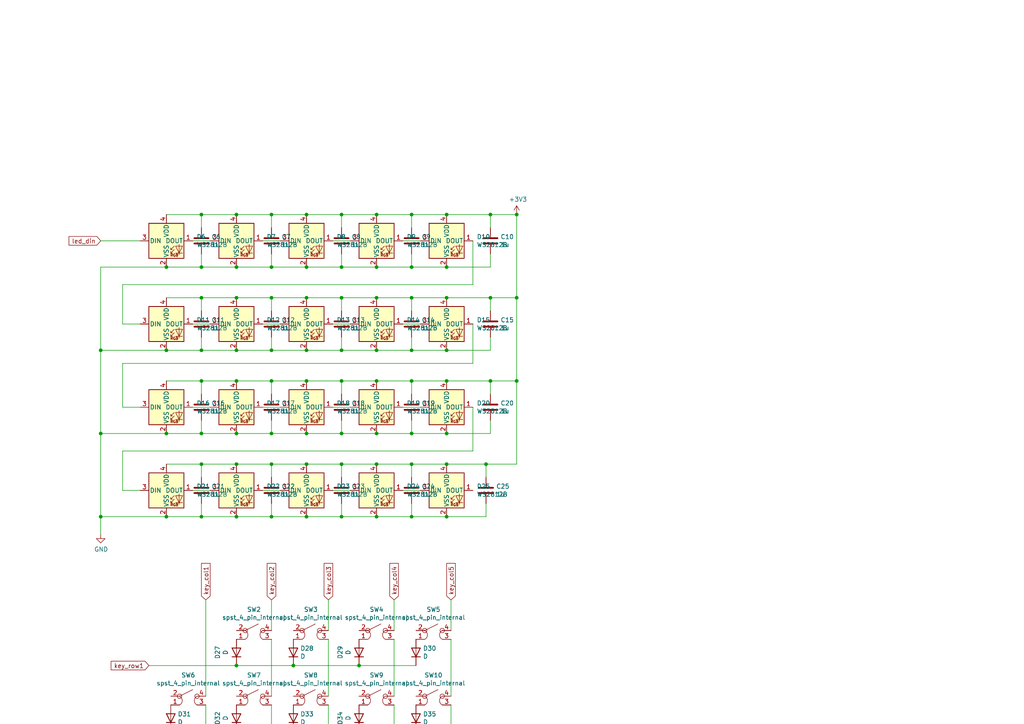
<source format=kicad_sch>
(kicad_sch (version 20211123) (generator eeschema)

  (uuid 2028d85e-9e27-4758-8c0b-559fad072813)

  (paper "A4")

  (title_block
    (title "TDM")
    (date "2021-09-17")
    (rev "6")
    (company "TWR")
    (comment 1 "Pocket Sound Computer")
  )

  (lib_symbols
    (symbol "Device:C" (pin_numbers hide) (pin_names (offset 0.254)) (in_bom yes) (on_board yes)
      (property "Reference" "C" (id 0) (at 0.635 2.54 0)
        (effects (font (size 1.27 1.27)) (justify left))
      )
      (property "Value" "C" (id 1) (at 0.635 -2.54 0)
        (effects (font (size 1.27 1.27)) (justify left))
      )
      (property "Footprint" "" (id 2) (at 0.9652 -3.81 0)
        (effects (font (size 1.27 1.27)) hide)
      )
      (property "Datasheet" "~" (id 3) (at 0 0 0)
        (effects (font (size 1.27 1.27)) hide)
      )
      (property "ki_keywords" "cap capacitor" (id 4) (at 0 0 0)
        (effects (font (size 1.27 1.27)) hide)
      )
      (property "ki_description" "Unpolarized capacitor" (id 5) (at 0 0 0)
        (effects (font (size 1.27 1.27)) hide)
      )
      (property "ki_fp_filters" "C_*" (id 6) (at 0 0 0)
        (effects (font (size 1.27 1.27)) hide)
      )
      (symbol "C_0_1"
        (polyline
          (pts
            (xy -2.032 -0.762)
            (xy 2.032 -0.762)
          )
          (stroke (width 0.508) (type default) (color 0 0 0 0))
          (fill (type none))
        )
        (polyline
          (pts
            (xy -2.032 0.762)
            (xy 2.032 0.762)
          )
          (stroke (width 0.508) (type default) (color 0 0 0 0))
          (fill (type none))
        )
      )
      (symbol "C_1_1"
        (pin passive line (at 0 3.81 270) (length 2.794)
          (name "~" (effects (font (size 1.27 1.27))))
          (number "1" (effects (font (size 1.27 1.27))))
        )
        (pin passive line (at 0 -3.81 90) (length 2.794)
          (name "~" (effects (font (size 1.27 1.27))))
          (number "2" (effects (font (size 1.27 1.27))))
        )
      )
    )
    (symbol "Device:D" (pin_numbers hide) (pin_names (offset 1.016) hide) (in_bom yes) (on_board yes)
      (property "Reference" "D" (id 0) (at 0 2.54 0)
        (effects (font (size 1.27 1.27)))
      )
      (property "Value" "D" (id 1) (at 0 -2.54 0)
        (effects (font (size 1.27 1.27)))
      )
      (property "Footprint" "" (id 2) (at 0 0 0)
        (effects (font (size 1.27 1.27)) hide)
      )
      (property "Datasheet" "~" (id 3) (at 0 0 0)
        (effects (font (size 1.27 1.27)) hide)
      )
      (property "ki_keywords" "diode" (id 4) (at 0 0 0)
        (effects (font (size 1.27 1.27)) hide)
      )
      (property "ki_description" "Diode" (id 5) (at 0 0 0)
        (effects (font (size 1.27 1.27)) hide)
      )
      (property "ki_fp_filters" "TO-???* *_Diode_* *SingleDiode* D_*" (id 6) (at 0 0 0)
        (effects (font (size 1.27 1.27)) hide)
      )
      (symbol "D_0_1"
        (polyline
          (pts
            (xy -1.27 1.27)
            (xy -1.27 -1.27)
          )
          (stroke (width 0.254) (type default) (color 0 0 0 0))
          (fill (type none))
        )
        (polyline
          (pts
            (xy 1.27 0)
            (xy -1.27 0)
          )
          (stroke (width 0) (type default) (color 0 0 0 0))
          (fill (type none))
        )
        (polyline
          (pts
            (xy 1.27 1.27)
            (xy 1.27 -1.27)
            (xy -1.27 0)
            (xy 1.27 1.27)
          )
          (stroke (width 0.254) (type default) (color 0 0 0 0))
          (fill (type none))
        )
      )
      (symbol "D_1_1"
        (pin passive line (at -3.81 0 0) (length 2.54)
          (name "K" (effects (font (size 1.27 1.27))))
          (number "1" (effects (font (size 1.27 1.27))))
        )
        (pin passive line (at 3.81 0 180) (length 2.54)
          (name "A" (effects (font (size 1.27 1.27))))
          (number "2" (effects (font (size 1.27 1.27))))
        )
      )
    )
    (symbol "customLibrary:WS2812B-2020" (pin_names (offset 0.254)) (in_bom yes) (on_board yes)
      (property "Reference" "D" (id 0) (at 5.08 5.715 0)
        (effects (font (size 1.27 1.27)) (justify right bottom))
      )
      (property "Value" "customLibrary_WS2812B-2020" (id 1) (at 1.27 -5.715 0)
        (effects (font (size 1.27 1.27)) (justify left top))
      )
      (property "Footprint" "LED_SMD:LED_WS2812B_PLCC4_5.0x5.0mm_P3.2mm" (id 2) (at 1.27 -7.62 0)
        (effects (font (size 1.27 1.27)) (justify left top) hide)
      )
      (property "Datasheet" "" (id 3) (at 2.54 -9.525 0)
        (effects (font (size 1.27 1.27)) (justify left top) hide)
      )
      (property "ki_fp_filters" "LED*WS2812*PLCC*5.0x5.0mm*P3.2mm*" (id 4) (at 0 0 0)
        (effects (font (size 1.27 1.27)) hide)
      )
      (symbol "WS2812B-2020_0_0"
        (text "RGB" (at 2.286 -4.191 0)
          (effects (font (size 0.762 0.762)))
        )
      )
      (symbol "WS2812B-2020_0_1"
        (polyline
          (pts
            (xy 1.27 -3.556)
            (xy 1.778 -3.556)
          )
          (stroke (width 0) (type default) (color 0 0 0 0))
          (fill (type none))
        )
        (polyline
          (pts
            (xy 1.27 -2.54)
            (xy 1.778 -2.54)
          )
          (stroke (width 0) (type default) (color 0 0 0 0))
          (fill (type none))
        )
        (polyline
          (pts
            (xy 4.699 -3.556)
            (xy 2.667 -3.556)
          )
          (stroke (width 0) (type default) (color 0 0 0 0))
          (fill (type none))
        )
        (polyline
          (pts
            (xy 2.286 -2.54)
            (xy 1.27 -3.556)
            (xy 1.27 -3.048)
          )
          (stroke (width 0) (type default) (color 0 0 0 0))
          (fill (type none))
        )
        (polyline
          (pts
            (xy 2.286 -1.524)
            (xy 1.27 -2.54)
            (xy 1.27 -2.032)
          )
          (stroke (width 0) (type default) (color 0 0 0 0))
          (fill (type none))
        )
        (polyline
          (pts
            (xy 3.683 -1.016)
            (xy 3.683 -3.556)
            (xy 3.683 -4.064)
          )
          (stroke (width 0) (type default) (color 0 0 0 0))
          (fill (type none))
        )
        (polyline
          (pts
            (xy 4.699 -1.524)
            (xy 2.667 -1.524)
            (xy 3.683 -3.556)
            (xy 4.699 -1.524)
          )
          (stroke (width 0) (type default) (color 0 0 0 0))
          (fill (type none))
        )
        (rectangle (start 5.08 5.08) (end -5.08 -5.08)
          (stroke (width 0.254) (type default) (color 0 0 0 0))
          (fill (type background))
        )
      )
      (symbol "WS2812B-2020_1_1"
        (pin output line (at 7.62 0 180) (length 2.54)
          (name "DOUT" (effects (font (size 1.27 1.27))))
          (number "1" (effects (font (size 1.27 1.27))))
        )
        (pin power_in line (at 0 -7.62 90) (length 2.54)
          (name "VSS" (effects (font (size 1.27 1.27))))
          (number "2" (effects (font (size 1.27 1.27))))
        )
        (pin input line (at -7.62 0 0) (length 2.54)
          (name "DIN" (effects (font (size 1.27 1.27))))
          (number "3" (effects (font (size 1.27 1.27))))
        )
        (pin power_in line (at 0 7.62 270) (length 2.54)
          (name "VDD" (effects (font (size 1.27 1.27))))
          (number "4" (effects (font (size 1.27 1.27))))
        )
      )
    )
    (symbol "customLibrary:spst_4_pin_internal" (pin_names (offset 1.016)) (in_bom yes) (on_board yes)
      (property "Reference" "SW" (id 0) (at 1.905 0 0)
        (effects (font (size 1.27 1.27)))
      )
      (property "Value" "customLibrary_spst_4_pin_internal" (id 1) (at 1.905 0 0)
        (effects (font (size 1.27 1.27)))
      )
      (property "Footprint" "" (id 2) (at 1.27 0 0)
        (effects (font (size 1.27 1.27)) hide)
      )
      (property "Datasheet" "" (id 3) (at 1.27 0 0)
        (effects (font (size 1.27 1.27)) hide)
      )
      (symbol "spst_4_pin_internal_0_1"
        (arc (start -2.54 1.27) (mid -1.7551 2.54) (end -2.54 3.81)
          (stroke (width 0) (type default) (color 0 0 0 0))
          (fill (type none))
        )
        (circle (center -2.54 3.81) (radius 0.635)
          (stroke (width 0) (type default) (color 0 0 0 0))
          (fill (type none))
        )
        (polyline
          (pts
            (xy -2.54 3.81)
            (xy 1.27 5.715)
          )
          (stroke (width 0) (type default) (color 0 0 0 0))
          (fill (type none))
        )
        (arc (start 2.54 3.81) (mid 1.7551 2.54) (end 2.54 1.27)
          (stroke (width 0) (type default) (color 0 0 0 0))
          (fill (type none))
        )
        (circle (center 2.54 3.81) (radius 0.635)
          (stroke (width 0) (type default) (color 0 0 0 0))
          (fill (type none))
        )
      )
      (symbol "spst_4_pin_internal_1_1"
        (pin power_in line (at -5.08 1.27 0) (length 2.54)
          (name "~" (effects (font (size 1.27 1.27))))
          (number "1" (effects (font (size 1.27 1.27))))
        )
        (pin power_in line (at -5.08 3.81 0) (length 2.54)
          (name "~" (effects (font (size 1.27 1.27))))
          (number "2" (effects (font (size 1.27 1.27))))
        )
        (pin power_in line (at 5.08 1.27 180) (length 2.54)
          (name "~" (effects (font (size 1.27 1.27))))
          (number "3" (effects (font (size 1.27 1.27))))
        )
        (pin power_in line (at 5.08 3.81 180) (length 2.54)
          (name "~" (effects (font (size 1.27 1.27))))
          (number "4" (effects (font (size 1.27 1.27))))
        )
      )
    )
    (symbol "power:+3.3V" (power) (pin_names (offset 0)) (in_bom yes) (on_board yes)
      (property "Reference" "#PWR" (id 0) (at 0 -3.81 0)
        (effects (font (size 1.27 1.27)) hide)
      )
      (property "Value" "+3.3V" (id 1) (at 0 3.556 0)
        (effects (font (size 1.27 1.27)))
      )
      (property "Footprint" "" (id 2) (at 0 0 0)
        (effects (font (size 1.27 1.27)) hide)
      )
      (property "Datasheet" "" (id 3) (at 0 0 0)
        (effects (font (size 1.27 1.27)) hide)
      )
      (property "ki_keywords" "power-flag" (id 4) (at 0 0 0)
        (effects (font (size 1.27 1.27)) hide)
      )
      (property "ki_description" "Power symbol creates a global label with name \"+3.3V\"" (id 5) (at 0 0 0)
        (effects (font (size 1.27 1.27)) hide)
      )
      (symbol "+3.3V_0_1"
        (polyline
          (pts
            (xy -0.762 1.27)
            (xy 0 2.54)
          )
          (stroke (width 0) (type default) (color 0 0 0 0))
          (fill (type none))
        )
        (polyline
          (pts
            (xy 0 0)
            (xy 0 2.54)
          )
          (stroke (width 0) (type default) (color 0 0 0 0))
          (fill (type none))
        )
        (polyline
          (pts
            (xy 0 2.54)
            (xy 0.762 1.27)
          )
          (stroke (width 0) (type default) (color 0 0 0 0))
          (fill (type none))
        )
      )
      (symbol "+3.3V_1_1"
        (pin power_in line (at 0 0 90) (length 0) hide
          (name "+3V3" (effects (font (size 1.27 1.27))))
          (number "1" (effects (font (size 1.27 1.27))))
        )
      )
    )
    (symbol "power:GND" (power) (pin_names (offset 0)) (in_bom yes) (on_board yes)
      (property "Reference" "#PWR" (id 0) (at 0 -6.35 0)
        (effects (font (size 1.27 1.27)) hide)
      )
      (property "Value" "GND" (id 1) (at 0 -3.81 0)
        (effects (font (size 1.27 1.27)))
      )
      (property "Footprint" "" (id 2) (at 0 0 0)
        (effects (font (size 1.27 1.27)) hide)
      )
      (property "Datasheet" "" (id 3) (at 0 0 0)
        (effects (font (size 1.27 1.27)) hide)
      )
      (property "ki_keywords" "power-flag" (id 4) (at 0 0 0)
        (effects (font (size 1.27 1.27)) hide)
      )
      (property "ki_description" "Power symbol creates a global label with name \"GND\" , ground" (id 5) (at 0 0 0)
        (effects (font (size 1.27 1.27)) hide)
      )
      (symbol "GND_0_1"
        (polyline
          (pts
            (xy 0 0)
            (xy 0 -1.27)
            (xy 1.27 -1.27)
            (xy 0 -2.54)
            (xy -1.27 -1.27)
            (xy 0 -1.27)
          )
          (stroke (width 0) (type default) (color 0 0 0 0))
          (fill (type none))
        )
      )
      (symbol "GND_1_1"
        (pin power_in line (at 0 0 270) (length 0) hide
          (name "GND" (effects (font (size 1.27 1.27))))
          (number "1" (effects (font (size 1.27 1.27))))
        )
      )
    )
  )

  (junction (at 109.22 125.73) (diameter 0) (color 0 0 0 0)
    (uuid 042fe62b-53aa-4e86-97d0-9ccb1e16a895)
  )
  (junction (at 58.42 62.23) (diameter 0) (color 0 0 0 0)
    (uuid 056788ec-4ecf-4826-b996-bd884a6442a0)
  )
  (junction (at 119.38 134.62) (diameter 0) (color 0 0 0 0)
    (uuid 08da8f18-02c3-4a28-a400-670f01755980)
  )
  (junction (at 104.14 265.43) (diameter 0) (color 0 0 0 0)
    (uuid 0b43a8fb-b3d3-4444-a4b0-cf952c07dcfe)
  )
  (junction (at 88.9 110.49) (diameter 0) (color 0 0 0 0)
    (uuid 0c9bbc06-f1c0-4359-8448-9c515b32a886)
  )
  (junction (at 104.14 229.87) (diameter 0) (color 0 0 0 0)
    (uuid 0e18138e-f1a3-4288-bb34-3b6bcfb64ff6)
  )
  (junction (at 85.09 193.04) (diameter 0) (color 0 0 0 0)
    (uuid 121b7b08-bed9-441b-b060-efed31f37089)
  )
  (junction (at 140.97 134.62) (diameter 0) (color 0 0 0 0)
    (uuid 122b5574-57fe-4d2d-80bf-3cabd28e7128)
  )
  (junction (at 88.9 125.73) (diameter 0) (color 0 0 0 0)
    (uuid 1527299a-08b3-47c3-929f-a75c83be365e)
  )
  (junction (at 78.74 125.73) (diameter 0) (color 0 0 0 0)
    (uuid 153169ce-9fac-4868-bc4e-e1381c5bb726)
  )
  (junction (at 109.22 101.6) (diameter 0) (color 0 0 0 0)
    (uuid 15a5a11b-0ea1-4f6e-b356-cc2d530615ed)
  )
  (junction (at 78.74 86.36) (diameter 0) (color 0 0 0 0)
    (uuid 173fd4a7-b485-4e9d-8724-470865466784)
  )
  (junction (at 68.58 247.65) (diameter 0) (color 0 0 0 0)
    (uuid 19264aae-fe9e-4afc-84ac-56ec33a3b20d)
  )
  (junction (at 58.42 134.62) (diameter 0) (color 0 0 0 0)
    (uuid 1a813eeb-ee58-4579-81e1-3f9a7227213c)
  )
  (junction (at 99.06 77.47) (diameter 0) (color 0 0 0 0)
    (uuid 1d1a7683-c090-4798-9b40-7ed0d9f3ce3b)
  )
  (junction (at 99.06 110.49) (diameter 0) (color 0 0 0 0)
    (uuid 2938bf2d-2d32-4cb0-9d4d-563ea28ffffa)
  )
  (junction (at 85.09 212.09) (diameter 0) (color 0 0 0 0)
    (uuid 296ded40-ed53-4798-8db4-dad7b794226b)
  )
  (junction (at 78.74 110.49) (diameter 0) (color 0 0 0 0)
    (uuid 29987966-1d19-4068-93f6-a61cdfb40ffa)
  )
  (junction (at 49.53 247.65) (diameter 0) (color 0 0 0 0)
    (uuid 2b7c4f37-42c0-4571-a44b-b808484d3d74)
  )
  (junction (at 68.58 101.6) (diameter 0) (color 0 0 0 0)
    (uuid 2bbd6c26-4114-4518-8f4a-c6fdadc046b6)
  )
  (junction (at 58.42 110.49) (diameter 0) (color 0 0 0 0)
    (uuid 2e1d63b8-5189-41bb-8b6a-c4ada546b2d5)
  )
  (junction (at 68.58 149.86) (diameter 0) (color 0 0 0 0)
    (uuid 2fb9964c-4cd4-4e81-b5e8-f78759d3adb5)
  )
  (junction (at 88.9 77.47) (diameter 0) (color 0 0 0 0)
    (uuid 312474c5-a081-4cd1-b2e6-730f0718514a)
  )
  (junction (at 104.14 212.09) (diameter 0) (color 0 0 0 0)
    (uuid 337d1242-91ab-4446-8b9e-7609c6a49e3c)
  )
  (junction (at 129.54 62.23) (diameter 0) (color 0 0 0 0)
    (uuid 3382bf79-b686-4aeb-9419-c8ab591662bb)
  )
  (junction (at 58.42 101.6) (diameter 0) (color 0 0 0 0)
    (uuid 341e67eb-d5e1-4cb7-9d11-5aa4ab832a2a)
  )
  (junction (at 129.54 149.86) (diameter 0) (color 0 0 0 0)
    (uuid 3a45fb3b-7899-44f2-a78a-f676359df67b)
  )
  (junction (at 99.06 134.62) (diameter 0) (color 0 0 0 0)
    (uuid 42bd0f96-a831-406e-abb7-03ed1bbd785f)
  )
  (junction (at 99.06 101.6) (diameter 0) (color 0 0 0 0)
    (uuid 45484f82-420e-44d0-a58e-382bb939dac5)
  )
  (junction (at 68.58 212.09) (diameter 0) (color 0 0 0 0)
    (uuid 45676199-bb82-4d58-98c1-b606deb355be)
  )
  (junction (at 119.38 62.23) (diameter 0) (color 0 0 0 0)
    (uuid 45836d49-cd5f-417d-b0f6-c8b43d196a36)
  )
  (junction (at 129.54 86.36) (diameter 0) (color 0 0 0 0)
    (uuid 48034820-9d25-4020-8e74-d44c1441e803)
  )
  (junction (at 49.53 229.87) (diameter 0) (color 0 0 0 0)
    (uuid 4aee84d1-0859-48ac-a053-5a981ee1b24a)
  )
  (junction (at 29.21 101.6) (diameter 0) (color 0 0 0 0)
    (uuid 4c144ffa-02d0-42da-aef1-f5175cbde9c0)
  )
  (junction (at 68.58 110.49) (diameter 0) (color 0 0 0 0)
    (uuid 5099f397-6fe7-454f-899c-34e2b5f22ca7)
  )
  (junction (at 88.9 86.36) (diameter 0) (color 0 0 0 0)
    (uuid 50a799a7-f8f3-4f13-9288-b10696e9a7da)
  )
  (junction (at 58.42 77.47) (diameter 0) (color 0 0 0 0)
    (uuid 53ae21b8-f187-4817-8c27-1f06278d249b)
  )
  (junction (at 129.54 110.49) (diameter 0) (color 0 0 0 0)
    (uuid 55cff608-ab38-48d9-ac09-2d0a877ceca1)
  )
  (junction (at 109.22 149.86) (diameter 0) (color 0 0 0 0)
    (uuid 5698a460-6e24-4857-84d8-4a43acd2325d)
  )
  (junction (at 142.24 110.49) (diameter 0) (color 0 0 0 0)
    (uuid 5b70b09b-6762-4725-9d48-805300c0bdc8)
  )
  (junction (at 58.42 149.86) (diameter 0) (color 0 0 0 0)
    (uuid 621c8eb9-ae87-439a-b350-badb5d559a5a)
  )
  (junction (at 49.53 265.43) (diameter 0) (color 0 0 0 0)
    (uuid 6239967a-77bd-4ec9-89cd-e04efd8dbe26)
  )
  (junction (at 85.09 265.43) (diameter 0) (color 0 0 0 0)
    (uuid 67d6d490-a9a4-4ec7-8744-7c7abc821282)
  )
  (junction (at 119.38 125.73) (diameter 0) (color 0 0 0 0)
    (uuid 680c3e83-f590-4924-85a1-36d51b076683)
  )
  (junction (at 29.21 149.86) (diameter 0) (color 0 0 0 0)
    (uuid 6b69fc79-c78f-4df1-9a05-c51d4173705f)
  )
  (junction (at 109.22 62.23) (diameter 0) (color 0 0 0 0)
    (uuid 6d1e2df9-cc89-4e18-a541-699f0d20dd45)
  )
  (junction (at 88.9 62.23) (diameter 0) (color 0 0 0 0)
    (uuid 72f9157b-77da-4a6d-9880-0711b21f6e23)
  )
  (junction (at 58.42 125.73) (diameter 0) (color 0 0 0 0)
    (uuid 750e60a2-e808-4253-8275-b79930fb2714)
  )
  (junction (at 78.74 77.47) (diameter 0) (color 0 0 0 0)
    (uuid 7700fef1-de5b-4197-be2d-18385e1e18f9)
  )
  (junction (at 68.58 265.43) (diameter 0) (color 0 0 0 0)
    (uuid 7a6d9a4e-fe6a-4427-9f0c-a10fd3ceb923)
  )
  (junction (at 78.74 101.6) (diameter 0) (color 0 0 0 0)
    (uuid 7ac1ccc5-26c5-4b73-8425-7bbec927bf24)
  )
  (junction (at 109.22 134.62) (diameter 0) (color 0 0 0 0)
    (uuid 8220ba36-5fda-4461-95e2-49a5bc0c76af)
  )
  (junction (at 119.38 86.36) (diameter 0) (color 0 0 0 0)
    (uuid 8313e187-c805-4927-8002-313a51839243)
  )
  (junction (at 142.24 62.23) (diameter 0) (color 0 0 0 0)
    (uuid 8615dae0-65cf-4932-8e6f-9a0f32429a5e)
  )
  (junction (at 85.09 229.87) (diameter 0) (color 0 0 0 0)
    (uuid 87f44303-a6e8-48e5-bb6d-f89abb09a999)
  )
  (junction (at 99.06 86.36) (diameter 0) (color 0 0 0 0)
    (uuid 89fb4a63-a18d-4c7e-be12-f061ef4bf0c0)
  )
  (junction (at 48.26 77.47) (diameter 0) (color 0 0 0 0)
    (uuid 8aa8d47e-f495-4049-8ac9-7f2ac3205412)
  )
  (junction (at 119.38 149.86) (diameter 0) (color 0 0 0 0)
    (uuid 8ef1307e-4e79-474d-a93c-be38f714571c)
  )
  (junction (at 68.58 86.36) (diameter 0) (color 0 0 0 0)
    (uuid 8efe6411-1919-4082-b5b8-393585e068c8)
  )
  (junction (at 68.58 62.23) (diameter 0) (color 0 0 0 0)
    (uuid 909d0bdd-8a15-40f2-9dfd-be4a5d2d6b25)
  )
  (junction (at 129.54 77.47) (diameter 0) (color 0 0 0 0)
    (uuid 92d938cc-f8b1-437d-8914-3d97a0938f67)
  )
  (junction (at 68.58 229.87) (diameter 0) (color 0 0 0 0)
    (uuid 92ec60c8-e914-4456-8d37-4b88fc0eb9c6)
  )
  (junction (at 104.14 247.65) (diameter 0) (color 0 0 0 0)
    (uuid 9a458d6a-a84c-4faf-913e-90bab231d3f8)
  )
  (junction (at 119.38 110.49) (diameter 0) (color 0 0 0 0)
    (uuid 9c0314b1-f82f-432d-95a0-65e191202552)
  )
  (junction (at 149.86 86.36) (diameter 0) (color 0 0 0 0)
    (uuid 9e2492fd-e074-42db-8129-fe39460dc1e0)
  )
  (junction (at 149.86 62.23) (diameter 0) (color 0 0 0 0)
    (uuid 9ed54841-4bec-491f-817d-b7e8b25ca06c)
  )
  (junction (at 29.21 125.73) (diameter 0) (color 0 0 0 0)
    (uuid a09cb1c4-cc63-49c7-a35f-4b80c3ba2217)
  )
  (junction (at 58.42 86.36) (diameter 0) (color 0 0 0 0)
    (uuid a1701438-3c8b-4b49-8695-36ec7f9ae4d2)
  )
  (junction (at 99.06 149.86) (diameter 0) (color 0 0 0 0)
    (uuid a5e6f7cb-0a81-4357-a11f-231d23300342)
  )
  (junction (at 78.74 149.86) (diameter 0) (color 0 0 0 0)
    (uuid a6891c49-3648-41ce-811e-fccb4c4653af)
  )
  (junction (at 88.9 101.6) (diameter 0) (color 0 0 0 0)
    (uuid b83b087e-7ec9-44e7-a1c9-81d5d26bbf79)
  )
  (junction (at 109.22 110.49) (diameter 0) (color 0 0 0 0)
    (uuid b853d9ac-7829-468f-99ac-dc9996502e94)
  )
  (junction (at 119.38 101.6) (diameter 0) (color 0 0 0 0)
    (uuid bc01f3e7-a131-4f66-8abc-cc13e855d5e5)
  )
  (junction (at 78.74 62.23) (diameter 0) (color 0 0 0 0)
    (uuid bcfbc157-43ce-49f7-bd18-6a9e2f2f30a3)
  )
  (junction (at 85.09 247.65) (diameter 0) (color 0 0 0 0)
    (uuid c202ddee-78ab-4ebb-beca-559aaf118430)
  )
  (junction (at 119.38 77.47) (diameter 0) (color 0 0 0 0)
    (uuid c2211bf7-6ed0-4800-9f21-d6a078bedba2)
  )
  (junction (at 48.26 149.86) (diameter 0) (color 0 0 0 0)
    (uuid c480dba7-51ff-4a4f-9251-e48b2784c64a)
  )
  (junction (at 99.06 125.73) (diameter 0) (color 0 0 0 0)
    (uuid c62adb8b-b306-48da-b0ae-f6a287e54f62)
  )
  (junction (at 104.14 193.04) (diameter 0) (color 0 0 0 0)
    (uuid ca2c5f3f-362b-4808-b8c2-86726d31aa11)
  )
  (junction (at 68.58 193.04) (diameter 0) (color 0 0 0 0)
    (uuid d0111086-5d68-4ab0-b707-7da6b263c90b)
  )
  (junction (at 129.54 134.62) (diameter 0) (color 0 0 0 0)
    (uuid d1817a81-d444-4cd9-95f6-174ec9e2a60e)
  )
  (junction (at 48.26 125.73) (diameter 0) (color 0 0 0 0)
    (uuid d5c86a84-6c8b-48b5-b583-2fe7052421ab)
  )
  (junction (at 78.74 134.62) (diameter 0) (color 0 0 0 0)
    (uuid db902262-2864-4997-aeff-8abaa132424a)
  )
  (junction (at 129.54 125.73) (diameter 0) (color 0 0 0 0)
    (uuid e0b36e60-bb2b-489c-a764-1b81e551ce62)
  )
  (junction (at 109.22 86.36) (diameter 0) (color 0 0 0 0)
    (uuid e1fe6230-75c5-4750-aaea-24a9b80589d8)
  )
  (junction (at 68.58 134.62) (diameter 0) (color 0 0 0 0)
    (uuid e3c3d042-f4c5-4fb1-a6b8-52aa1c14cc0e)
  )
  (junction (at 48.26 101.6) (diameter 0) (color 0 0 0 0)
    (uuid e6bf257d-5112-423c-b70a-adf8446f29da)
  )
  (junction (at 129.54 101.6) (diameter 0) (color 0 0 0 0)
    (uuid e8312cc4-6502-4783-b578-55c01e0393af)
  )
  (junction (at 149.86 110.49) (diameter 0) (color 0 0 0 0)
    (uuid ed952427-2217-4500-9bbc-0c2746b198ad)
  )
  (junction (at 49.53 212.09) (diameter 0) (color 0 0 0 0)
    (uuid f11a78b7-152e-46cf-81d1-bc8194db05a9)
  )
  (junction (at 99.06 62.23) (diameter 0) (color 0 0 0 0)
    (uuid f321809c-ab7a-4356-9b11-4c0d46c421ba)
  )
  (junction (at 68.58 125.73) (diameter 0) (color 0 0 0 0)
    (uuid f48f1d12-9008-4743-81e2-bdec45db64a1)
  )
  (junction (at 109.22 77.47) (diameter 0) (color 0 0 0 0)
    (uuid f7758f2a-e5c9-405c-960a-353b36eaf72d)
  )
  (junction (at 142.24 86.36) (diameter 0) (color 0 0 0 0)
    (uuid fe4869dc-e96e-4bb4-a38d-2ca990635f2d)
  )
  (junction (at 68.58 77.47) (diameter 0) (color 0 0 0 0)
    (uuid fe9bdc33-eab1-4bdc-9603-57decb38d2a2)
  )
  (junction (at 88.9 149.86) (diameter 0) (color 0 0 0 0)
    (uuid fec6f717-d723-4676-89ef-8ea691e209c2)
  )
  (junction (at 88.9 134.62) (diameter 0) (color 0 0 0 0)
    (uuid ff2f00dc-dff2-4a19-af27-f5c793a8d261)
  )

  (wire (pts (xy 29.21 149.86) (xy 29.21 154.94))
    (stroke (width 0) (type default) (color 0 0 0 0))
    (uuid 003974b6-cb8f-491b-a226-fc7891eb9a62)
  )
  (wire (pts (xy 119.38 62.23) (xy 129.54 62.23))
    (stroke (width 0) (type default) (color 0 0 0 0))
    (uuid 009b0d62-e9ea-4825-9fdf-befd291c76ce)
  )
  (wire (pts (xy 29.21 77.47) (xy 29.21 101.6))
    (stroke (width 0) (type default) (color 0 0 0 0))
    (uuid 017667a9-f5de-49c7-af53-4f9af2f3a311)
  )
  (wire (pts (xy 76.2 69.85) (xy 81.28 69.85))
    (stroke (width 0) (type default) (color 0 0 0 0))
    (uuid 02491520-945f-40c4-9160-4e5db9ac115d)
  )
  (wire (pts (xy 130.81 222.25) (xy 130.81 237.49))
    (stroke (width 0) (type default) (color 0 0 0 0))
    (uuid 044dde97-ee2e-473a-9264-ed4dff1893a5)
  )
  (wire (pts (xy 85.09 247.65) (xy 68.58 247.65))
    (stroke (width 0) (type default) (color 0 0 0 0))
    (uuid 073c8287-235c-4712-a9a0-60a07a1119d5)
  )
  (wire (pts (xy 29.21 69.85) (xy 40.64 69.85))
    (stroke (width 0) (type default) (color 0 0 0 0))
    (uuid 0aa1e38d-f07a-4820-b628-a171234563bb)
  )
  (wire (pts (xy 120.65 247.65) (xy 104.14 247.65))
    (stroke (width 0) (type default) (color 0 0 0 0))
    (uuid 0ab1512b-eb91-4574-b11f-326e0ff10082)
  )
  (wire (pts (xy 119.38 121.92) (xy 119.38 125.73))
    (stroke (width 0) (type default) (color 0 0 0 0))
    (uuid 0cc094e7-c1c0-457d-bd94-3db91c23be55)
  )
  (wire (pts (xy 95.25 222.25) (xy 95.25 237.49))
    (stroke (width 0) (type default) (color 0 0 0 0))
    (uuid 0e0f9829-27a5-43b2-a0ae-121d3ce72ef4)
  )
  (wire (pts (xy 96.52 93.98) (xy 101.6 93.98))
    (stroke (width 0) (type default) (color 0 0 0 0))
    (uuid 0f9b475c-adb7-41fc-b827-33d4eaa86b99)
  )
  (wire (pts (xy 142.24 125.73) (xy 129.54 125.73))
    (stroke (width 0) (type default) (color 0 0 0 0))
    (uuid 0fc912fd-5036-4a55-b598-a9af40810824)
  )
  (wire (pts (xy 48.26 86.36) (xy 58.42 86.36))
    (stroke (width 0) (type default) (color 0 0 0 0))
    (uuid 1053b01a-057e-4e79-a21c-42780a737ea9)
  )
  (wire (pts (xy 68.58 101.6) (xy 58.42 101.6))
    (stroke (width 0) (type default) (color 0 0 0 0))
    (uuid 105d44ff-63b9-4299-9078-473af583971a)
  )
  (wire (pts (xy 130.81 173.99) (xy 130.81 182.88))
    (stroke (width 0) (type default) (color 0 0 0 0))
    (uuid 11c7c8d4-4c4b-4330-bb59-1eec2e98b255)
  )
  (wire (pts (xy 58.42 125.73) (xy 48.26 125.73))
    (stroke (width 0) (type default) (color 0 0 0 0))
    (uuid 188eabba-12a3-47b7-9be1-03f0c5a948eb)
  )
  (wire (pts (xy 35.56 105.41) (xy 35.56 118.11))
    (stroke (width 0) (type default) (color 0 0 0 0))
    (uuid 19a5aacd-255a-4bf3-89c1-efd2ab61016c)
  )
  (wire (pts (xy 78.74 86.36) (xy 88.9 86.36))
    (stroke (width 0) (type default) (color 0 0 0 0))
    (uuid 1a7e7b16-fc7c-4e64-9ace-48cc78112437)
  )
  (wire (pts (xy 104.14 265.43) (xy 85.09 265.43))
    (stroke (width 0) (type default) (color 0 0 0 0))
    (uuid 1c92f382-4ec3-478f-a1ca-afadd3087787)
  )
  (wire (pts (xy 59.69 222.25) (xy 59.69 237.49))
    (stroke (width 0) (type default) (color 0 0 0 0))
    (uuid 2026567f-be64-41dd-8011-b0897ba0ff2e)
  )
  (wire (pts (xy 142.24 73.66) (xy 142.24 77.47))
    (stroke (width 0) (type default) (color 0 0 0 0))
    (uuid 21573090-1953-4b11-9042-108ae79fe9c5)
  )
  (wire (pts (xy 78.74 110.49) (xy 88.9 110.49))
    (stroke (width 0) (type default) (color 0 0 0 0))
    (uuid 2276ec6c-cdcc-4369-86b4-8267d991001e)
  )
  (wire (pts (xy 78.74 97.79) (xy 78.74 101.6))
    (stroke (width 0) (type default) (color 0 0 0 0))
    (uuid 26296271-780a-4da9-8e69-910d9240bca1)
  )
  (wire (pts (xy 95.25 240.03) (xy 95.25 255.27))
    (stroke (width 0) (type default) (color 0 0 0 0))
    (uuid 2681e64d-bedc-4e1f-87d2-754aaa485bbd)
  )
  (wire (pts (xy 116.84 69.85) (xy 121.92 69.85))
    (stroke (width 0) (type default) (color 0 0 0 0))
    (uuid 28d267fd-6d61-43bb-9705-8d59d7a44e81)
  )
  (wire (pts (xy 48.26 110.49) (xy 58.42 110.49))
    (stroke (width 0) (type default) (color 0 0 0 0))
    (uuid 29cd9e70-9b68-44f7-96b2-fe993c246832)
  )
  (wire (pts (xy 48.26 101.6) (xy 29.21 101.6))
    (stroke (width 0) (type default) (color 0 0 0 0))
    (uuid 2a4f1c24-6486-4fd8-8092-72bb07a81274)
  )
  (wire (pts (xy 142.24 110.49) (xy 129.54 110.49))
    (stroke (width 0) (type default) (color 0 0 0 0))
    (uuid 2a6ee718-8cdf-4fa6-be7c-8fe885d98fd7)
  )
  (wire (pts (xy 48.26 77.47) (xy 29.21 77.47))
    (stroke (width 0) (type default) (color 0 0 0 0))
    (uuid 2ba21493-929b-4122-ac0f-7aeaf8602cef)
  )
  (wire (pts (xy 35.56 93.98) (xy 40.64 93.98))
    (stroke (width 0) (type default) (color 0 0 0 0))
    (uuid 2c10387c-3cac-4a7c-bbfb-95d69f41a890)
  )
  (wire (pts (xy 109.22 149.86) (xy 99.06 149.86))
    (stroke (width 0) (type default) (color 0 0 0 0))
    (uuid 2c488362-c230-4f6d-82f9-a229b1171a23)
  )
  (wire (pts (xy 142.24 90.17) (xy 142.24 86.36))
    (stroke (width 0) (type default) (color 0 0 0 0))
    (uuid 2cd3975a-2259-4fa9-8133-e1586b9b9618)
  )
  (wire (pts (xy 78.74 146.05) (xy 78.74 149.86))
    (stroke (width 0) (type default) (color 0 0 0 0))
    (uuid 2d4d8c24-5b38-445b-8733-2a81ba21d33e)
  )
  (wire (pts (xy 96.52 118.11) (xy 101.6 118.11))
    (stroke (width 0) (type default) (color 0 0 0 0))
    (uuid 2dc66f7e-d85d-4081-ae71-fd8851d6aeda)
  )
  (wire (pts (xy 104.14 212.09) (xy 85.09 212.09))
    (stroke (width 0) (type default) (color 0 0 0 0))
    (uuid 2e0f69a6-955c-44f2-af4d-b4ad566ef54b)
  )
  (wire (pts (xy 129.54 77.47) (xy 119.38 77.47))
    (stroke (width 0) (type default) (color 0 0 0 0))
    (uuid 3273ec61-4a33-41c2-82bf-cde7c8587c1b)
  )
  (wire (pts (xy 85.09 229.87) (xy 68.58 229.87))
    (stroke (width 0) (type default) (color 0 0 0 0))
    (uuid 3675ad1a-972f-4046-b23a-e6ca04304035)
  )
  (wire (pts (xy 116.84 142.24) (xy 121.92 142.24))
    (stroke (width 0) (type default) (color 0 0 0 0))
    (uuid 37728c8e-efcc-462c-a749-47b6bfcbaf37)
  )
  (wire (pts (xy 78.74 185.42) (xy 78.74 201.93))
    (stroke (width 0) (type default) (color 0 0 0 0))
    (uuid 39845449-7a31-4262-86b1-e7af14a6659f)
  )
  (wire (pts (xy 104.14 229.87) (xy 85.09 229.87))
    (stroke (width 0) (type default) (color 0 0 0 0))
    (uuid 3b19a97f-624a-48d9-8072-15bdeede0fff)
  )
  (wire (pts (xy 99.06 97.79) (xy 99.06 101.6))
    (stroke (width 0) (type default) (color 0 0 0 0))
    (uuid 3bb9c3d4-9a6f-41ac-8d1e-92ed4fe334c0)
  )
  (wire (pts (xy 104.14 247.65) (xy 85.09 247.65))
    (stroke (width 0) (type default) (color 0 0 0 0))
    (uuid 3d213c37-de80-490e-9f45-2814d3fc958b)
  )
  (wire (pts (xy 109.22 77.47) (xy 99.06 77.47))
    (stroke (width 0) (type default) (color 0 0 0 0))
    (uuid 3d70e675-48ae-4edd-b95d-3ca51e634018)
  )
  (wire (pts (xy 35.56 130.81) (xy 35.56 142.24))
    (stroke (width 0) (type default) (color 0 0 0 0))
    (uuid 3dbc1b14-20e2-4dcb-8347-d33c13d3f0e0)
  )
  (wire (pts (xy 109.22 86.36) (xy 119.38 86.36))
    (stroke (width 0) (type default) (color 0 0 0 0))
    (uuid 3f43c2dc-daa2-45ba-b8ca-7ae5aebed882)
  )
  (wire (pts (xy 48.26 149.86) (xy 29.21 149.86))
    (stroke (width 0) (type default) (color 0 0 0 0))
    (uuid 414f80f7-b2d5-43c3-a018-819efe44fe30)
  )
  (wire (pts (xy 78.74 62.23) (xy 88.9 62.23))
    (stroke (width 0) (type default) (color 0 0 0 0))
    (uuid 44e77d57-d16f-4723-a95f-1ac45276c458)
  )
  (wire (pts (xy 49.53 265.43) (xy 43.18 265.43))
    (stroke (width 0) (type default) (color 0 0 0 0))
    (uuid 45b7fe01-a2fa-40c2-a3a2-4a9ae7c34dba)
  )
  (wire (pts (xy 78.74 222.25) (xy 78.74 237.49))
    (stroke (width 0) (type default) (color 0 0 0 0))
    (uuid 47993d80-a37e-426e-90c9-fd54b49ed166)
  )
  (wire (pts (xy 35.56 142.24) (xy 40.64 142.24))
    (stroke (width 0) (type default) (color 0 0 0 0))
    (uuid 494d4ce3-60c4-4021-8bd1-ab41a12b14ed)
  )
  (wire (pts (xy 58.42 62.23) (xy 68.58 62.23))
    (stroke (width 0) (type default) (color 0 0 0 0))
    (uuid 4b042b6c-c042-4cf1-ba6e-bd77c51dbedb)
  )
  (wire (pts (xy 137.16 130.81) (xy 35.56 130.81))
    (stroke (width 0) (type default) (color 0 0 0 0))
    (uuid 4b534cd1-c414-4029-9164-e46766faf60e)
  )
  (wire (pts (xy 68.58 265.43) (xy 49.53 265.43))
    (stroke (width 0) (type default) (color 0 0 0 0))
    (uuid 4c4b4317-29d0-438a-b331-525ede18773a)
  )
  (wire (pts (xy 68.58 62.23) (xy 78.74 62.23))
    (stroke (width 0) (type default) (color 0 0 0 0))
    (uuid 4c6a1dad-7acf-4a52-99b0-316025d1ab04)
  )
  (wire (pts (xy 49.53 247.65) (xy 43.18 247.65))
    (stroke (width 0) (type default) (color 0 0 0 0))
    (uuid 4c717b47-484c-4d70-8fcd-83c406ff2d17)
  )
  (wire (pts (xy 76.2 142.24) (xy 81.28 142.24))
    (stroke (width 0) (type default) (color 0 0 0 0))
    (uuid 4c8704fa-310a-4c01-8dc1-2b7e2727fea0)
  )
  (wire (pts (xy 78.74 101.6) (xy 68.58 101.6))
    (stroke (width 0) (type default) (color 0 0 0 0))
    (uuid 4e7a230a-c1a4-4455-81ee-277835acf4a2)
  )
  (wire (pts (xy 99.06 86.36) (xy 99.06 90.17))
    (stroke (width 0) (type default) (color 0 0 0 0))
    (uuid 4ef07d45-f940-4cb6-bb96-2ddec13fd099)
  )
  (wire (pts (xy 114.3 185.42) (xy 114.3 201.93))
    (stroke (width 0) (type default) (color 0 0 0 0))
    (uuid 4f2f68c4-6fa0-45ce-b5c2-e911daddcd12)
  )
  (wire (pts (xy 149.86 110.49) (xy 142.24 110.49))
    (stroke (width 0) (type default) (color 0 0 0 0))
    (uuid 4f4bd227-fa4c-47f4-ad05-ee16ad4c58c2)
  )
  (wire (pts (xy 142.24 97.79) (xy 142.24 101.6))
    (stroke (width 0) (type default) (color 0 0 0 0))
    (uuid 53719fc4-141e-4c58-98cd-ab3bf9a4e1c0)
  )
  (wire (pts (xy 99.06 62.23) (xy 99.06 66.04))
    (stroke (width 0) (type default) (color 0 0 0 0))
    (uuid 54d76293-1ce2-46f8-9be7-a3d7f9f28112)
  )
  (wire (pts (xy 85.09 212.09) (xy 68.58 212.09))
    (stroke (width 0) (type default) (color 0 0 0 0))
    (uuid 55ac7ee1-f461-406b-8cf5-da47a7717180)
  )
  (wire (pts (xy 78.74 73.66) (xy 78.74 77.47))
    (stroke (width 0) (type default) (color 0 0 0 0))
    (uuid 5626e5e1-59f4-4773-828e-16057ddc3518)
  )
  (wire (pts (xy 68.58 212.09) (xy 49.53 212.09))
    (stroke (width 0) (type default) (color 0 0 0 0))
    (uuid 57121f1d-c971-4830-b974-00f7d706f0c9)
  )
  (wire (pts (xy 99.06 134.62) (xy 99.06 138.43))
    (stroke (width 0) (type default) (color 0 0 0 0))
    (uuid 57543893-39bf-4d83-b4e0-8d020b4a6d48)
  )
  (wire (pts (xy 99.06 125.73) (xy 88.9 125.73))
    (stroke (width 0) (type default) (color 0 0 0 0))
    (uuid 58a87288-e2bf-4c88-9871-a753efc69e9d)
  )
  (wire (pts (xy 68.58 86.36) (xy 78.74 86.36))
    (stroke (width 0) (type default) (color 0 0 0 0))
    (uuid 5cc7655c-62f2-43d2-a7a5-eaa4635dada8)
  )
  (wire (pts (xy 78.74 173.99) (xy 78.74 182.88))
    (stroke (width 0) (type default) (color 0 0 0 0))
    (uuid 5cff09b0-b3d4-41a7-a6a4-7f917b40eda9)
  )
  (wire (pts (xy 119.38 125.73) (xy 109.22 125.73))
    (stroke (width 0) (type default) (color 0 0 0 0))
    (uuid 5dbda758-e74b-4ccf-ad68-495d537d68ba)
  )
  (wire (pts (xy 137.16 93.98) (xy 137.16 105.41))
    (stroke (width 0) (type default) (color 0 0 0 0))
    (uuid 5fba7ff8-02f1-4ac0-93c4-5bd7becbcf63)
  )
  (wire (pts (xy 49.53 229.87) (xy 43.18 229.87))
    (stroke (width 0) (type default) (color 0 0 0 0))
    (uuid 5fc4054a-b929-433e-a947-747fb7ed003d)
  )
  (wire (pts (xy 88.9 149.86) (xy 78.74 149.86))
    (stroke (width 0) (type default) (color 0 0 0 0))
    (uuid 5fe7a4eb-9f04-4df6-a1fa-36c071e280d7)
  )
  (wire (pts (xy 58.42 77.47) (xy 48.26 77.47))
    (stroke (width 0) (type default) (color 0 0 0 0))
    (uuid 60960af7-b938-44a8-82b5-e9c36f2e6817)
  )
  (wire (pts (xy 78.74 240.03) (xy 78.74 255.27))
    (stroke (width 0) (type default) (color 0 0 0 0))
    (uuid 6133fb54-5524-482e-9ae2-adbf29aced9e)
  )
  (wire (pts (xy 120.65 212.09) (xy 104.14 212.09))
    (stroke (width 0) (type default) (color 0 0 0 0))
    (uuid 624c6565-c4fd-4d29-87af-f77dd1ba0898)
  )
  (wire (pts (xy 119.38 73.66) (xy 119.38 77.47))
    (stroke (width 0) (type default) (color 0 0 0 0))
    (uuid 62cbcc21-2cec-41ab-be06-499e1a78d7e7)
  )
  (wire (pts (xy 78.74 125.73) (xy 68.58 125.73))
    (stroke (width 0) (type default) (color 0 0 0 0))
    (uuid 6474aa6c-825c-4f0f-9938-759b68df02a5)
  )
  (wire (pts (xy 114.3 173.99) (xy 114.3 182.88))
    (stroke (width 0) (type default) (color 0 0 0 0))
    (uuid 64d1d0fe-4fd6-4a55-8314-56a651e1ccab)
  )
  (wire (pts (xy 119.38 146.05) (xy 119.38 149.86))
    (stroke (width 0) (type default) (color 0 0 0 0))
    (uuid 653e74f0-0a40-4ab5-8f5c-787bbaf1d723)
  )
  (wire (pts (xy 68.58 134.62) (xy 78.74 134.62))
    (stroke (width 0) (type default) (color 0 0 0 0))
    (uuid 6742a066-6a5f-4185-90ae-b7fe8c6eda52)
  )
  (wire (pts (xy 76.2 93.98) (xy 81.28 93.98))
    (stroke (width 0) (type default) (color 0 0 0 0))
    (uuid 6a1ae8ee-dea6-4015-b83e-baf8fcdfaf0f)
  )
  (wire (pts (xy 78.74 110.49) (xy 78.74 114.3))
    (stroke (width 0) (type default) (color 0 0 0 0))
    (uuid 6ba19f6c-fa3a-4bf3-8c57-119de0f02b65)
  )
  (wire (pts (xy 59.69 240.03) (xy 59.69 255.27))
    (stroke (width 0) (type default) (color 0 0 0 0))
    (uuid 6d7ff8c0-8a2a-4636-844f-c7210ff3e6f2)
  )
  (wire (pts (xy 120.65 193.04) (xy 104.14 193.04))
    (stroke (width 0) (type default) (color 0 0 0 0))
    (uuid 6f3f676d-a47a-4e8c-8d6e-02275a3490d7)
  )
  (wire (pts (xy 58.42 97.79) (xy 58.42 101.6))
    (stroke (width 0) (type default) (color 0 0 0 0))
    (uuid 7043f61a-4f1e-4cab-9031-a6449e41a893)
  )
  (wire (pts (xy 58.42 110.49) (xy 68.58 110.49))
    (stroke (width 0) (type default) (color 0 0 0 0))
    (uuid 7114de55-86d9-46c1-a412-07f5eb895435)
  )
  (wire (pts (xy 88.9 86.36) (xy 99.06 86.36))
    (stroke (width 0) (type default) (color 0 0 0 0))
    (uuid 71a9f036-1f13-462e-ac9e-81caaaa7f807)
  )
  (wire (pts (xy 99.06 62.23) (xy 109.22 62.23))
    (stroke (width 0) (type default) (color 0 0 0 0))
    (uuid 7247fe96-7885-4063-8282-ea2fd2b28b0d)
  )
  (wire (pts (xy 119.38 134.62) (xy 119.38 138.43))
    (stroke (width 0) (type default) (color 0 0 0 0))
    (uuid 7255cbd1-8d38-4545-be9a-7fc5488ef942)
  )
  (wire (pts (xy 68.58 149.86) (xy 58.42 149.86))
    (stroke (width 0) (type default) (color 0 0 0 0))
    (uuid 72cc7949-68f8-4ef8-adcb-a65c1d042672)
  )
  (wire (pts (xy 99.06 101.6) (xy 88.9 101.6))
    (stroke (width 0) (type default) (color 0 0 0 0))
    (uuid 78a228c9-bbf0-49cf-b917-2dec23b390df)
  )
  (wire (pts (xy 140.97 134.62) (xy 129.54 134.62))
    (stroke (width 0) (type default) (color 0 0 0 0))
    (uuid 7c0866b5-b180-4be6-9e62-43f5b191d6d4)
  )
  (wire (pts (xy 59.69 204.47) (xy 59.69 219.71))
    (stroke (width 0) (type default) (color 0 0 0 0))
    (uuid 7d2eba81-aa80-4257-a5a7-9a6179da897e)
  )
  (wire (pts (xy 35.56 82.55) (xy 137.16 82.55))
    (stroke (width 0) (type default) (color 0 0 0 0))
    (uuid 7df9ce6f-7f38-4582-a049-7f92faf1abc9)
  )
  (wire (pts (xy 78.74 149.86) (xy 68.58 149.86))
    (stroke (width 0) (type default) (color 0 0 0 0))
    (uuid 8385d9f6-6997-423b-b38d-d0ab00c45f3f)
  )
  (wire (pts (xy 68.58 77.47) (xy 58.42 77.47))
    (stroke (width 0) (type default) (color 0 0 0 0))
    (uuid 83d85a81-e014-4ee9-9433-a9a045c80893)
  )
  (wire (pts (xy 59.69 173.99) (xy 59.69 201.93))
    (stroke (width 0) (type default) (color 0 0 0 0))
    (uuid 844f01a0-ac23-4a99-910e-4e91c579bb2b)
  )
  (wire (pts (xy 55.88 142.24) (xy 60.96 142.24))
    (stroke (width 0) (type default) (color 0 0 0 0))
    (uuid 84febc35-87fd-4cad-8e04-2b66390cfc12)
  )
  (wire (pts (xy 68.58 247.65) (xy 49.53 247.65))
    (stroke (width 0) (type default) (color 0 0 0 0))
    (uuid 85d211d4-76e7-4e49-a9c8-2e1cc8ab5805)
  )
  (wire (pts (xy 149.86 110.49) (xy 149.86 134.62))
    (stroke (width 0) (type default) (color 0 0 0 0))
    (uuid 8765371a-21c2-4fe3-a3af-88f5eb1f02a0)
  )
  (wire (pts (xy 109.22 125.73) (xy 99.06 125.73))
    (stroke (width 0) (type default) (color 0 0 0 0))
    (uuid 87a0ffb1-5477-4b20-a3ac-fef5af129a33)
  )
  (wire (pts (xy 99.06 110.49) (xy 109.22 110.49))
    (stroke (width 0) (type default) (color 0 0 0 0))
    (uuid 89bd1fdd-6a91-474e-8495-7a2ba7eb6260)
  )
  (wire (pts (xy 114.3 204.47) (xy 114.3 219.71))
    (stroke (width 0) (type default) (color 0 0 0 0))
    (uuid 8aeda7bd-b078-427a-a185-d5bc595c6436)
  )
  (wire (pts (xy 99.06 121.92) (xy 99.06 125.73))
    (stroke (width 0) (type default) (color 0 0 0 0))
    (uuid 8b022692-69b7-4bd6-bf38-57edecf356fa)
  )
  (wire (pts (xy 99.06 146.05) (xy 99.06 149.86))
    (stroke (width 0) (type default) (color 0 0 0 0))
    (uuid 8cb5a828-8cef-4784-b78d-175b49646952)
  )
  (wire (pts (xy 35.56 82.55) (xy 35.56 93.98))
    (stroke (width 0) (type default) (color 0 0 0 0))
    (uuid 8fbab3d0-cb5e-47c7-8764-6fa3c0e4e5f7)
  )
  (wire (pts (xy 48.26 62.23) (xy 58.42 62.23))
    (stroke (width 0) (type default) (color 0 0 0 0))
    (uuid 90f2ca05-313f-4af8-87b1-a8109224a221)
  )
  (wire (pts (xy 95.25 204.47) (xy 95.25 219.71))
    (stroke (width 0) (type default) (color 0 0 0 0))
    (uuid 90fd611c-300b-48cf-a7c4-0d604953cd00)
  )
  (wire (pts (xy 142.24 62.23) (xy 149.86 62.23))
    (stroke (width 0) (type default) (color 0 0 0 0))
    (uuid 91c82043-0b26-427f-b23c-6094224ddfc2)
  )
  (wire (pts (xy 99.06 110.49) (xy 99.06 114.3))
    (stroke (width 0) (type default) (color 0 0 0 0))
    (uuid 929c74c0-78bf-4efe-a778-fa328e951865)
  )
  (wire (pts (xy 29.21 101.6) (xy 29.21 125.73))
    (stroke (width 0) (type default) (color 0 0 0 0))
    (uuid 93afd2e8-e16c-4e06-b872-cf0e624aee35)
  )
  (wire (pts (xy 116.84 118.11) (xy 121.92 118.11))
    (stroke (width 0) (type default) (color 0 0 0 0))
    (uuid 9666bb6a-0c1d-4c92-be6d-94a465ec5c51)
  )
  (wire (pts (xy 78.74 86.36) (xy 78.74 90.17))
    (stroke (width 0) (type default) (color 0 0 0 0))
    (uuid 96ee9b8e-4543-4639-b9ea-44b8baaaf94e)
  )
  (wire (pts (xy 109.22 101.6) (xy 99.06 101.6))
    (stroke (width 0) (type default) (color 0 0 0 0))
    (uuid 97cc05bf-4ed5-449c-b0c8-131e5126a7ac)
  )
  (wire (pts (xy 142.24 121.92) (xy 142.24 125.73))
    (stroke (width 0) (type default) (color 0 0 0 0))
    (uuid 97e5f992-979e-4291-bd9a-a77c3fd4b1b5)
  )
  (wire (pts (xy 78.74 204.47) (xy 78.74 219.71))
    (stroke (width 0) (type default) (color 0 0 0 0))
    (uuid 9b07d532-5f76-4469-8dbf-25ac27eef589)
  )
  (wire (pts (xy 99.06 134.62) (xy 109.22 134.62))
    (stroke (width 0) (type default) (color 0 0 0 0))
    (uuid 9bb406d9-c650-4e67-9a26-3195d4de542e)
  )
  (wire (pts (xy 137.16 105.41) (xy 35.56 105.41))
    (stroke (width 0) (type default) (color 0 0 0 0))
    (uuid 9c2a29da-c83f-4ec8-bbcf-9d775812af04)
  )
  (wire (pts (xy 88.9 125.73) (xy 78.74 125.73))
    (stroke (width 0) (type default) (color 0 0 0 0))
    (uuid 9e427954-2486-4c91-89b5-6af73a073442)
  )
  (wire (pts (xy 58.42 62.23) (xy 58.42 66.04))
    (stroke (width 0) (type default) (color 0 0 0 0))
    (uuid 9e5fe65d-f158-4eb5-af93-2b5d0b9a0d55)
  )
  (wire (pts (xy 78.74 134.62) (xy 88.9 134.62))
    (stroke (width 0) (type default) (color 0 0 0 0))
    (uuid a10b569c-d672-485d-9c05-2cb4795deeca)
  )
  (wire (pts (xy 68.58 110.49) (xy 78.74 110.49))
    (stroke (width 0) (type default) (color 0 0 0 0))
    (uuid a12b751e-ae7a-468c-af3d-31ed4d501b01)
  )
  (wire (pts (xy 114.3 240.03) (xy 114.3 255.27))
    (stroke (width 0) (type default) (color 0 0 0 0))
    (uuid a22bec73-a69c-4ab7-8d8d-f6a6b09f925f)
  )
  (wire (pts (xy 137.16 69.85) (xy 137.16 82.55))
    (stroke (width 0) (type default) (color 0 0 0 0))
    (uuid a25ec672-f935-4d0c-ae67-7c3ebe078d85)
  )
  (wire (pts (xy 35.56 118.11) (xy 40.64 118.11))
    (stroke (width 0) (type default) (color 0 0 0 0))
    (uuid a311f3c6-42e3-4584-9725-4a62ff91b6e3)
  )
  (wire (pts (xy 58.42 149.86) (xy 48.26 149.86))
    (stroke (width 0) (type default) (color 0 0 0 0))
    (uuid a419542a-0c78-421e-9ac7-81d3afba6186)
  )
  (wire (pts (xy 78.74 77.47) (xy 68.58 77.47))
    (stroke (width 0) (type default) (color 0 0 0 0))
    (uuid a46a2b22-69cf-45fb-b1d2-32ac89bbd3c8)
  )
  (wire (pts (xy 149.86 62.23) (xy 149.86 86.36))
    (stroke (width 0) (type default) (color 0 0 0 0))
    (uuid a48f5fff-52e4-4ae8-8faa-7084c7ae8a28)
  )
  (wire (pts (xy 130.81 185.42) (xy 130.81 201.93))
    (stroke (width 0) (type default) (color 0 0 0 0))
    (uuid a6706c54-6a82-42d1-a6c9-48341690e19d)
  )
  (wire (pts (xy 120.65 265.43) (xy 104.14 265.43))
    (stroke (width 0) (type default) (color 0 0 0 0))
    (uuid aa0e7fe7-e9c2-477f-bcb2-53a1ebd9e3a6)
  )
  (wire (pts (xy 130.81 240.03) (xy 130.81 255.27))
    (stroke (width 0) (type default) (color 0 0 0 0))
    (uuid ae158d42-76cc-4911-a621-4cc28931c98b)
  )
  (wire (pts (xy 78.74 121.92) (xy 78.74 125.73))
    (stroke (width 0) (type default) (color 0 0 0 0))
    (uuid b121f1ff-8472-460b-ab2d-5110ddd1ca28)
  )
  (wire (pts (xy 58.42 146.05) (xy 58.42 149.86))
    (stroke (width 0) (type default) (color 0 0 0 0))
    (uuid b2001159-b6cb-4000-85f5-34f6c410920f)
  )
  (wire (pts (xy 78.74 134.62) (xy 78.74 138.43))
    (stroke (width 0) (type default) (color 0 0 0 0))
    (uuid b21625e3-a75b-41d7-9f13-4c0e12ba16cb)
  )
  (wire (pts (xy 129.54 149.86) (xy 119.38 149.86))
    (stroke (width 0) (type default) (color 0 0 0 0))
    (uuid b24c67bf-acb7-486e-9d7b-fb513b8c7fc6)
  )
  (wire (pts (xy 88.9 134.62) (xy 99.06 134.62))
    (stroke (width 0) (type default) (color 0 0 0 0))
    (uuid b4675fcd-90dd-499b-8feb-46b51a88378c)
  )
  (wire (pts (xy 55.88 69.85) (xy 60.96 69.85))
    (stroke (width 0) (type default) (color 0 0 0 0))
    (uuid b4fbe1fb-a9a3-4020-9a82-d3fa1900cd85)
  )
  (wire (pts (xy 142.24 66.04) (xy 142.24 62.23))
    (stroke (width 0) (type default) (color 0 0 0 0))
    (uuid b547dd70-2ea7-4cfd-a1ee-911561975d81)
  )
  (wire (pts (xy 119.38 86.36) (xy 119.38 90.17))
    (stroke (width 0) (type default) (color 0 0 0 0))
    (uuid b5cea0b5-192f-476b-a3c8-0c26e2231699)
  )
  (wire (pts (xy 99.06 73.66) (xy 99.06 77.47))
    (stroke (width 0) (type default) (color 0 0 0 0))
    (uuid b5ffe018-0d06-4a1b-95ee-b5763a35798d)
  )
  (wire (pts (xy 88.9 110.49) (xy 99.06 110.49))
    (stroke (width 0) (type default) (color 0 0 0 0))
    (uuid b606e532-e4c7-444d-b9ff-879f52cfde92)
  )
  (wire (pts (xy 119.38 110.49) (xy 119.38 114.3))
    (stroke (width 0) (type default) (color 0 0 0 0))
    (uuid b632afec-1444-4246-8afb-cc14a57567e7)
  )
  (wire (pts (xy 68.58 229.87) (xy 49.53 229.87))
    (stroke (width 0) (type default) (color 0 0 0 0))
    (uuid b6f041a4-3ea0-418b-94a2-50c938beafa2)
  )
  (wire (pts (xy 58.42 134.62) (xy 58.42 138.43))
    (stroke (width 0) (type default) (color 0 0 0 0))
    (uuid b754bfb3-a198-47be-8e7b-61bec885a5db)
  )
  (wire (pts (xy 88.9 62.23) (xy 99.06 62.23))
    (stroke (width 0) (type default) (color 0 0 0 0))
    (uuid b7dfd91c-6180-48d0-832a-f6a5a032a686)
  )
  (wire (pts (xy 85.09 265.43) (xy 68.58 265.43))
    (stroke (width 0) (type default) (color 0 0 0 0))
    (uuid b8382866-f10b-4adc-84fc-f6e5dd44681b)
  )
  (wire (pts (xy 120.65 229.87) (xy 104.14 229.87))
    (stroke (width 0) (type default) (color 0 0 0 0))
    (uuid bbb99edd-f016-43ea-b1c7-0bcdd1915ee8)
  )
  (wire (pts (xy 129.54 62.23) (xy 142.24 62.23))
    (stroke (width 0) (type default) (color 0 0 0 0))
    (uuid bc204c79-0619-4b16-889d-335bfdd71ce0)
  )
  (wire (pts (xy 55.88 118.11) (xy 60.96 118.11))
    (stroke (width 0) (type default) (color 0 0 0 0))
    (uuid bcacf97a-a49b-480c-96ed-a857f56faeb2)
  )
  (wire (pts (xy 119.38 110.49) (xy 129.54 110.49))
    (stroke (width 0) (type default) (color 0 0 0 0))
    (uuid be030c62-e776-405f-97d8-4a4c1aa2e428)
  )
  (wire (pts (xy 142.24 101.6) (xy 129.54 101.6))
    (stroke (width 0) (type default) (color 0 0 0 0))
    (uuid be118b00-015b-445a-8fc5-7bf35350fda8)
  )
  (wire (pts (xy 85.09 193.04) (xy 68.58 193.04))
    (stroke (width 0) (type default) (color 0 0 0 0))
    (uuid bf26cee8-9c9f-4547-9a40-e7028b986d1e)
  )
  (wire (pts (xy 95.25 173.99) (xy 95.25 182.88))
    (stroke (width 0) (type default) (color 0 0 0 0))
    (uuid bf4036b4-c410-489a-b46c-abee2c31db09)
  )
  (wire (pts (xy 58.42 73.66) (xy 58.42 77.47))
    (stroke (width 0) (type default) (color 0 0 0 0))
    (uuid c0c62e93-8e84-4f2b-96ae-e90b55e0550a)
  )
  (wire (pts (xy 109.22 110.49) (xy 119.38 110.49))
    (stroke (width 0) (type default) (color 0 0 0 0))
    (uuid c10ace36-a93c-4c08-ac75-059ef9e1f71c)
  )
  (wire (pts (xy 142.24 114.3) (xy 142.24 110.49))
    (stroke (width 0) (type default) (color 0 0 0 0))
    (uuid c2a9d834-7cb1-4ec5-b0ba-ae56215ff9fc)
  )
  (wire (pts (xy 43.18 193.04) (xy 68.58 193.04))
    (stroke (width 0) (type default) (color 0 0 0 0))
    (uuid c2e901e5-a4cd-4374-af38-0566255ecbea)
  )
  (wire (pts (xy 48.26 125.73) (xy 29.21 125.73))
    (stroke (width 0) (type default) (color 0 0 0 0))
    (uuid c38f28b6-5bd4-4cf9-b273-1e7b230f6b42)
  )
  (wire (pts (xy 119.38 101.6) (xy 109.22 101.6))
    (stroke (width 0) (type default) (color 0 0 0 0))
    (uuid c482f4f0-b441-4301-a9f1-c7f9e511d699)
  )
  (wire (pts (xy 142.24 86.36) (xy 149.86 86.36))
    (stroke (width 0) (type default) (color 0 0 0 0))
    (uuid c5565d96-c729-4597-a74f-7f75befcc39d)
  )
  (wire (pts (xy 55.88 93.98) (xy 60.96 93.98))
    (stroke (width 0) (type default) (color 0 0 0 0))
    (uuid c7db4903-f95a-49f5-bcce-c52f0ca8defc)
  )
  (wire (pts (xy 99.06 149.86) (xy 88.9 149.86))
    (stroke (width 0) (type default) (color 0 0 0 0))
    (uuid c8072c34-0f81-4552-9fbe-4bfe60c53e21)
  )
  (wire (pts (xy 140.97 149.86) (xy 129.54 149.86))
    (stroke (width 0) (type default) (color 0 0 0 0))
    (uuid c81031ca-cd56-4ea3-b0db-833cbbdd7b2e)
  )
  (wire (pts (xy 140.97 146.05) (xy 140.97 149.86))
    (stroke (width 0) (type default) (color 0 0 0 0))
    (uuid c9badf80-21f8-404a-b5df-18e98bffebf9)
  )
  (wire (pts (xy 99.06 77.47) (xy 88.9 77.47))
    (stroke (width 0) (type default) (color 0 0 0 0))
    (uuid ce55d4e5-cb2b-4927-9979-4a7fc840f632)
  )
  (wire (pts (xy 142.24 77.47) (xy 129.54 77.47))
    (stroke (width 0) (type default) (color 0 0 0 0))
    (uuid d04eabf5-018b-4006-a739-ce16277681b7)
  )
  (wire (pts (xy 114.3 222.25) (xy 114.3 237.49))
    (stroke (width 0) (type default) (color 0 0 0 0))
    (uuid d115a0df-1034-4583-83af-ff1cb8acfa17)
  )
  (wire (pts (xy 129.54 101.6) (xy 119.38 101.6))
    (stroke (width 0) (type default) (color 0 0 0 0))
    (uuid d337c492-7429-4618-b378-df29f72737e3)
  )
  (wire (pts (xy 137.16 118.11) (xy 137.16 130.81))
    (stroke (width 0) (type default) (color 0 0 0 0))
    (uuid d33c6077-a8ec-48ca-b0e0-97f3539ef54c)
  )
  (wire (pts (xy 130.81 204.47) (xy 130.81 219.71))
    (stroke (width 0) (type default) (color 0 0 0 0))
    (uuid d4ef5db0-5fba-4fcd-ab64-2ef2646c5c6d)
  )
  (wire (pts (xy 99.06 86.36) (xy 109.22 86.36))
    (stroke (width 0) (type default) (color 0 0 0 0))
    (uuid d554632b-6dd0-47f8-b59b-3ce25177ca3e)
  )
  (wire (pts (xy 149.86 86.36) (xy 149.86 110.49))
    (stroke (width 0) (type default) (color 0 0 0 0))
    (uuid da337fe1-c322-4637-ad26-2622b82ac8ee)
  )
  (wire (pts (xy 96.52 69.85) (xy 101.6 69.85))
    (stroke (width 0) (type default) (color 0 0 0 0))
    (uuid dbbbcbf5-ed09-4c20-902c-70f108158aba)
  )
  (wire (pts (xy 129.54 86.36) (xy 142.24 86.36))
    (stroke (width 0) (type default) (color 0 0 0 0))
    (uuid dd3da890-32ef-4a5a-aea4-e5d2141f1ff1)
  )
  (wire (pts (xy 58.42 110.49) (xy 58.42 114.3))
    (stroke (width 0) (type default) (color 0 0 0 0))
    (uuid dd5f7736-b8aa-44f2-a044-e514d63d48f3)
  )
  (wire (pts (xy 95.25 185.42) (xy 95.25 201.93))
    (stroke (width 0) (type default) (color 0 0 0 0))
    (uuid dd6c35f3-ae45-4706-ad6f-8028797ca8e0)
  )
  (wire (pts (xy 58.42 86.36) (xy 68.58 86.36))
    (stroke (width 0) (type default) (color 0 0 0 0))
    (uuid de438bc3-2eba-4b9f-95e9-35ce5db157f6)
  )
  (wire (pts (xy 119.38 86.36) (xy 129.54 86.36))
    (stroke (width 0) (type default) (color 0 0 0 0))
    (uuid e002a979-85bc-451a-a77b-29ce2a8f19f9)
  )
  (wire (pts (xy 129.54 125.73) (xy 119.38 125.73))
    (stroke (width 0) (type default) (color 0 0 0 0))
    (uuid e07e1653-d05d-4bf2-bea3-6515a06de065)
  )
  (wire (pts (xy 88.9 101.6) (xy 78.74 101.6))
    (stroke (width 0) (type default) (color 0 0 0 0))
    (uuid e29e8d7d-cee8-47d4-8444-1d7032daf03c)
  )
  (wire (pts (xy 149.86 134.62) (xy 140.97 134.62))
    (stroke (width 0) (type default) (color 0 0 0 0))
    (uuid e42fd0d4-9927-4308-81d9-4cca814c8ea9)
  )
  (wire (pts (xy 68.58 125.73) (xy 58.42 125.73))
    (stroke (width 0) (type default) (color 0 0 0 0))
    (uuid e7376da1-2f59-4570-81e8-46fca0289df0)
  )
  (wire (pts (xy 104.14 193.04) (xy 85.09 193.04))
    (stroke (width 0) (type default) (color 0 0 0 0))
    (uuid e75a90f1-d275-4ca6-86ea-4b6dddffab59)
  )
  (wire (pts (xy 76.2 118.11) (xy 81.28 118.11))
    (stroke (width 0) (type default) (color 0 0 0 0))
    (uuid ea7c53f9-3aa8-4198-9879-de95a5257915)
  )
  (wire (pts (xy 49.53 212.09) (xy 43.18 212.09))
    (stroke (width 0) (type default) (color 0 0 0 0))
    (uuid ec13b96e-bc69-4de2-80ef-a515cc44afb5)
  )
  (wire (pts (xy 119.38 134.62) (xy 129.54 134.62))
    (stroke (width 0) (type default) (color 0 0 0 0))
    (uuid ec2e3d8a-128c-4be8-b432-9738bca934ae)
  )
  (wire (pts (xy 116.84 93.98) (xy 121.92 93.98))
    (stroke (width 0) (type default) (color 0 0 0 0))
    (uuid ef3a2f4c-5879-4e98-ad30-6b8614410fba)
  )
  (wire (pts (xy 96.52 142.24) (xy 101.6 142.24))
    (stroke (width 0) (type default) (color 0 0 0 0))
    (uuid ef3dded2-639c-45d4-8076-84cfb5189592)
  )
  (wire (pts (xy 119.38 62.23) (xy 119.38 66.04))
    (stroke (width 0) (type default) (color 0 0 0 0))
    (uuid ef400389-7e37-4c93-8647-76318089d59f)
  )
  (wire (pts (xy 58.42 101.6) (xy 48.26 101.6))
    (stroke (width 0) (type default) (color 0 0 0 0))
    (uuid f1c2e9b0-6f9f-485b-b482-d408df476d0f)
  )
  (wire (pts (xy 119.38 77.47) (xy 109.22 77.47))
    (stroke (width 0) (type default) (color 0 0 0 0))
    (uuid f2044410-03ac-4994-9652-9e5f480320f0)
  )
  (wire (pts (xy 29.21 125.73) (xy 29.21 149.86))
    (stroke (width 0) (type default) (color 0 0 0 0))
    (uuid f2392fe0-54af-4e02-8793-9ba2471944b5)
  )
  (wire (pts (xy 58.42 121.92) (xy 58.42 125.73))
    (stroke (width 0) (type default) (color 0 0 0 0))
    (uuid f879c0e8-5893-4eb4-8e59-2292a632100f)
  )
  (wire (pts (xy 88.9 77.47) (xy 78.74 77.47))
    (stroke (width 0) (type default) (color 0 0 0 0))
    (uuid f87a4771-a0a7-489f-9d85-4574dbea71cc)
  )
  (wire (pts (xy 58.42 86.36) (xy 58.42 90.17))
    (stroke (width 0) (type default) (color 0 0 0 0))
    (uuid f8a90052-1a8b-4ce5-a1fd-87db944dceac)
  )
  (wire (pts (xy 78.74 62.23) (xy 78.74 66.04))
    (stroke (width 0) (type default) (color 0 0 0 0))
    (uuid f931f973-5615-451c-bb04-9a02aede6e6f)
  )
  (wire (pts (xy 48.26 134.62) (xy 58.42 134.62))
    (stroke (width 0) (type default) (color 0 0 0 0))
    (uuid fab1abc4-c49d-4b88-8c7f-939d7feb7b6c)
  )
  (wire (pts (xy 58.42 134.62) (xy 68.58 134.62))
    (stroke (width 0) (type default) (color 0 0 0 0))
    (uuid fb191df4-267d-4797-80dd-be346b8eeb99)
  )
  (wire (pts (xy 140.97 138.43) (xy 140.97 134.62))
    (stroke (width 0) (type default) (color 0 0 0 0))
    (uuid fb1a635e-b207-4b36-b0fb-e877e480e86a)
  )
  (wire (pts (xy 109.22 134.62) (xy 119.38 134.62))
    (stroke (width 0) (type default) (color 0 0 0 0))
    (uuid fbb5e77c-4b41-4796-ad13-1b9e2bbc3c81)
  )
  (wire (pts (xy 119.38 97.79) (xy 119.38 101.6))
    (stroke (width 0) (type default) (color 0 0 0 0))
    (uuid fd34aa56-ded2-4e97-965a-a39457716f0c)
  )
  (wire (pts (xy 119.38 149.86) (xy 109.22 149.86))
    (stroke (width 0) (type default) (color 0 0 0 0))
    (uuid fdc57161-f7f8-4584-b0ec-8c1aa24339c6)
  )
  (wire (pts (xy 109.22 62.23) (xy 119.38 62.23))
    (stroke (width 0) (type default) (color 0 0 0 0))
    (uuid ffb86135-b43f-4a42-9aa6-73aa7ba972a9)
  )

  (global_label "key_col5" (shape input) (at 130.81 173.99 90) (fields_autoplaced)
    (effects (font (size 1.27 1.27)) (justify left))
    (uuid 02289c61-13df-495e-a809-03e3a71bb201)
    (property "Intersheet References" "${INTERSHEET_REFS}" (id 0) (at 0 0 0)
      (effects (font (size 1.27 1.27)) hide)
    )
  )
  (global_label "key_row2" (shape input) (at 43.18 212.09 180) (fields_autoplaced)
    (effects (font (size 1.27 1.27)) (justify right))
    (uuid 2cb05d43-df82-498c-aae1-4b1a0a350f82)
    (property "Intersheet References" "${INTERSHEET_REFS}" (id 0) (at 0 0 0)
      (effects (font (size 1.27 1.27)) hide)
    )
  )
  (global_label "led_din" (shape input) (at 29.21 69.85 180) (fields_autoplaced)
    (effects (font (size 1.27 1.27)) (justify right))
    (uuid 31070a40-077c-4123-96dd-e39f8a0007ce)
    (property "Intersheet References" "${INTERSHEET_REFS}" (id 0) (at 0 0 0)
      (effects (font (size 1.27 1.27)) hide)
    )
  )
  (global_label "key_col2" (shape input) (at 78.74 173.99 90) (fields_autoplaced)
    (effects (font (size 1.27 1.27)) (justify left))
    (uuid 37f8ba3f-cca4-4b16-b699-07a704844fc9)
    (property "Intersheet References" "${INTERSHEET_REFS}" (id 0) (at 0 0 0)
      (effects (font (size 1.27 1.27)) hide)
    )
  )
  (global_label "key_row1" (shape input) (at 43.18 193.04 180) (fields_autoplaced)
    (effects (font (size 1.27 1.27)) (justify right))
    (uuid 5a397f61-35c4-4c18-9dcd-73a2d44cc9af)
    (property "Intersheet References" "${INTERSHEET_REFS}" (id 0) (at 0 0 0)
      (effects (font (size 1.27 1.27)) hide)
    )
  )
  (global_label "key_col4" (shape input) (at 114.3 173.99 90) (fields_autoplaced)
    (effects (font (size 1.27 1.27)) (justify left))
    (uuid 6999550c-f78a-4aae-9243-1b3881f5bb3b)
    (property "Intersheet References" "${INTERSHEET_REFS}" (id 0) (at 0 0 0)
      (effects (font (size 1.27 1.27)) hide)
    )
  )
  (global_label "key_row4" (shape input) (at 43.18 247.65 180) (fields_autoplaced)
    (effects (font (size 1.27 1.27)) (justify right))
    (uuid af7ed34f-31b5-4744-97e9-29e5f4d85343)
    (property "Intersheet References" "${INTERSHEET_REFS}" (id 0) (at 0 0 0)
      (effects (font (size 1.27 1.27)) hide)
    )
  )
  (global_label "key_row3" (shape input) (at 43.18 229.87 180) (fields_autoplaced)
    (effects (font (size 1.27 1.27)) (justify right))
    (uuid cfcae4a3-5d05-48fe-9a5f-9dcd4da4bd65)
    (property "Intersheet References" "${INTERSHEET_REFS}" (id 0) (at 0 0 0)
      (effects (font (size 1.27 1.27)) hide)
    )
  )
  (global_label "key_col1" (shape input) (at 59.69 173.99 90) (fields_autoplaced)
    (effects (font (size 1.27 1.27)) (justify left))
    (uuid e1c71a89-4e45-4a56-a6ef-342af5f92d5c)
    (property "Intersheet References" "${INTERSHEET_REFS}" (id 0) (at 0 0 0)
      (effects (font (size 1.27 1.27)) hide)
    )
  )
  (global_label "key_col3" (shape input) (at 95.25 173.99 90) (fields_autoplaced)
    (effects (font (size 1.27 1.27)) (justify left))
    (uuid f6a5cab3-78e5-4acf-8c67-f401df2846d0)
    (property "Intersheet References" "${INTERSHEET_REFS}" (id 0) (at 0 0 0)
      (effects (font (size 1.27 1.27)) hide)
    )
  )
  (global_label "key_row5" (shape input) (at 43.18 265.43 180) (fields_autoplaced)
    (effects (font (size 1.27 1.27)) (justify right))
    (uuid fb126c26-740a-4781-a5dd-5ef5455e4878)
    (property "Intersheet References" "${INTERSHEET_REFS}" (id 0) (at 0 0 0)
      (effects (font (size 1.27 1.27)) hide)
    )
  )

  (symbol (lib_id "customLibrary:spst_4_pin_internal") (at 125.73 259.08 0)
    (in_bom yes) (on_board yes)
    (uuid 00000000-0000-0000-0000-0000617d2ad7)
    (property "Reference" "SW25" (id 0) (at 125.73 249.174 0))
    (property "Value" "spst_4_pin_internal" (id 1) (at 125.73 251.4854 0))
    (property "Footprint" "RandomJunk:ts1102_smallerpads_buttonhole" (id 2) (at 127 259.08 0)
      (effects (font (size 1.27 1.27)) hide)
    )
    (property "Datasheet" "" (id 3) (at 127 259.08 0)
      (effects (font (size 1.27 1.27)) hide)
    )
    (property "LCSC" "C480275" (id 4) (at 125.73 259.08 0)
      (effects (font (size 1.27 1.27)) hide)
    )
    (pin "1" (uuid c5f131a0-4efb-4a77-b01b-390aa9d9dc6f))
    (pin "2" (uuid 80ed32f8-6ca5-4885-8b3f-9982a49b1545))
    (pin "3" (uuid 7fb7854c-22a1-4381-86c5-89983a0ff109))
    (pin "4" (uuid 988c8e0d-946a-4160-9bce-59b4bcb6c56a))
  )

  (symbol (lib_id "customLibrary:spst_4_pin_internal") (at 109.22 259.08 0)
    (in_bom yes) (on_board yes)
    (uuid 00000000-0000-0000-0000-0000617d2ade)
    (property "Reference" "SW24" (id 0) (at 109.22 249.174 0))
    (property "Value" "spst_4_pin_internal" (id 1) (at 109.22 251.4854 0))
    (property "Footprint" "RandomJunk:ts1102_smallerpads_buttonhole" (id 2) (at 110.49 259.08 0)
      (effects (font (size 1.27 1.27)) hide)
    )
    (property "Datasheet" "" (id 3) (at 110.49 259.08 0)
      (effects (font (size 1.27 1.27)) hide)
    )
    (property "LCSC" "C480275" (id 4) (at 109.22 259.08 0)
      (effects (font (size 1.27 1.27)) hide)
    )
    (pin "1" (uuid 2e6b6897-08d7-4553-a535-d7ad7a0f1f93))
    (pin "2" (uuid c597a597-f1cc-4896-99b8-a941d0a2c0d4))
    (pin "3" (uuid 5b5cf941-4c8c-48c3-91a4-0176fd47ec9c))
    (pin "4" (uuid 96a73b44-27f4-4bdc-8995-35b04dd296be))
  )

  (symbol (lib_id "customLibrary:spst_4_pin_internal") (at 90.17 259.08 0)
    (in_bom yes) (on_board yes)
    (uuid 00000000-0000-0000-0000-0000617d2ae5)
    (property "Reference" "SW23" (id 0) (at 90.17 249.174 0))
    (property "Value" "spst_4_pin_internal" (id 1) (at 90.17 251.4854 0))
    (property "Footprint" "RandomJunk:ts1102_smallerpads_buttonhole" (id 2) (at 91.44 259.08 0)
      (effects (font (size 1.27 1.27)) hide)
    )
    (property "Datasheet" "" (id 3) (at 91.44 259.08 0)
      (effects (font (size 1.27 1.27)) hide)
    )
    (property "LCSC" "C480275" (id 4) (at 90.17 259.08 0)
      (effects (font (size 1.27 1.27)) hide)
    )
    (pin "1" (uuid 3042c6cc-e580-4226-a1b0-129be1ef4032))
    (pin "2" (uuid 6aa716fd-9d87-48ef-8d67-30fe1299a1ea))
    (pin "3" (uuid 2e6783f6-ba51-414c-a4d4-80a0d6b5ee58))
    (pin "4" (uuid ac3e2890-71a4-4514-917b-e37f26b30cc2))
  )

  (symbol (lib_id "customLibrary:spst_4_pin_internal") (at 73.66 259.08 0)
    (in_bom yes) (on_board yes)
    (uuid 00000000-0000-0000-0000-0000617d2aec)
    (property "Reference" "SW22" (id 0) (at 73.66 249.174 0))
    (property "Value" "spst_4_pin_internal" (id 1) (at 73.66 251.4854 0))
    (property "Footprint" "RandomJunk:ts1102_smallerpads_buttonhole" (id 2) (at 74.93 259.08 0)
      (effects (font (size 1.27 1.27)) hide)
    )
    (property "Datasheet" "" (id 3) (at 74.93 259.08 0)
      (effects (font (size 1.27 1.27)) hide)
    )
    (property "LCSC" "C480275" (id 4) (at 73.66 259.08 0)
      (effects (font (size 1.27 1.27)) hide)
    )
    (pin "1" (uuid f291985b-9173-49b9-8801-f61c67018fbb))
    (pin "2" (uuid 784e6613-910a-424c-bb87-622bc45a1eba))
    (pin "3" (uuid 7e37e11c-3d01-4f89-9645-cd37840dce64))
    (pin "4" (uuid 725902aa-a66d-41d3-8425-3047ef8d2561))
  )

  (symbol (lib_id "customLibrary:spst_4_pin_internal") (at 54.61 259.08 0)
    (in_bom yes) (on_board yes)
    (uuid 00000000-0000-0000-0000-0000617d2af3)
    (property "Reference" "SW21" (id 0) (at 54.61 249.174 0))
    (property "Value" "spst_4_pin_internal" (id 1) (at 54.61 251.4854 0))
    (property "Footprint" "RandomJunk:ts1102_smallerpads_buttonhole" (id 2) (at 55.88 259.08 0)
      (effects (font (size 1.27 1.27)) hide)
    )
    (property "Datasheet" "" (id 3) (at 55.88 259.08 0)
      (effects (font (size 1.27 1.27)) hide)
    )
    (property "LCSC" "C480275" (id 4) (at 54.61 259.08 0)
      (effects (font (size 1.27 1.27)) hide)
    )
    (pin "1" (uuid 42cc96d2-24bd-494e-8764-5ab75d297d3c))
    (pin "2" (uuid ba248bb2-1c3f-4852-82c5-baa4e9beaa39))
    (pin "3" (uuid 37463f21-b807-43a8-87df-b65d0efb076f))
    (pin "4" (uuid ea66459f-5d13-489c-b90c-3794c93458ec))
  )

  (symbol (lib_id "customLibrary:spst_4_pin_internal") (at 125.73 241.3 0)
    (in_bom yes) (on_board yes)
    (uuid 00000000-0000-0000-0000-0000617d2afb)
    (property "Reference" "SW20" (id 0) (at 125.73 231.394 0))
    (property "Value" "spst_4_pin_internal" (id 1) (at 125.73 233.7054 0))
    (property "Footprint" "RandomJunk:ts1102_smallerpads_buttonhole" (id 2) (at 127 241.3 0)
      (effects (font (size 1.27 1.27)) hide)
    )
    (property "Datasheet" "" (id 3) (at 127 241.3 0)
      (effects (font (size 1.27 1.27)) hide)
    )
    (property "LCSC" "C480275" (id 4) (at 125.73 241.3 0)
      (effects (font (size 1.27 1.27)) hide)
    )
    (pin "1" (uuid 7f234bfb-3b9f-4c21-8b45-0356c30f3cac))
    (pin "2" (uuid 42d8451b-86aa-487f-be5a-2a78f33c8550))
    (pin "3" (uuid cf959561-61c9-4737-83e2-5f75a971130c))
    (pin "4" (uuid 5f929ec9-d91e-48af-b55c-811fd0cf3029))
  )

  (symbol (lib_id "customLibrary:spst_4_pin_internal") (at 109.22 241.3 0)
    (in_bom yes) (on_board yes)
    (uuid 00000000-0000-0000-0000-0000617d2b03)
    (property "Reference" "SW19" (id 0) (at 109.22 231.394 0))
    (property "Value" "spst_4_pin_internal" (id 1) (at 109.22 233.7054 0))
    (property "Footprint" "RandomJunk:ts1102_smallerpads_buttonhole" (id 2) (at 110.49 241.3 0)
      (effects (font (size 1.27 1.27)) hide)
    )
    (property "Datasheet" "" (id 3) (at 110.49 241.3 0)
      (effects (font (size 1.27 1.27)) hide)
    )
    (property "LCSC" "C480275" (id 4) (at 109.22 241.3 0)
      (effects (font (size 1.27 1.27)) hide)
    )
    (pin "1" (uuid 43279136-df01-426a-8ad0-e4f07790494e))
    (pin "2" (uuid b6de4989-3fda-4245-83e9-1ded819247d4))
    (pin "3" (uuid 95f497d5-b5ca-4c89-af6d-162da4cfe728))
    (pin "4" (uuid 641f2bf0-c0fc-4cdf-89bb-8da7ba408497))
  )

  (symbol (lib_id "customLibrary:spst_4_pin_internal") (at 90.17 241.3 0)
    (in_bom yes) (on_board yes)
    (uuid 00000000-0000-0000-0000-0000617d2b0b)
    (property "Reference" "SW18" (id 0) (at 90.17 231.394 0))
    (property "Value" "spst_4_pin_internal" (id 1) (at 90.17 233.7054 0))
    (property "Footprint" "RandomJunk:ts1102_smallerpads_buttonhole" (id 2) (at 91.44 241.3 0)
      (effects (font (size 1.27 1.27)) hide)
    )
    (property "Datasheet" "" (id 3) (at 91.44 241.3 0)
      (effects (font (size 1.27 1.27)) hide)
    )
    (property "LCSC" "C480275" (id 4) (at 90.17 241.3 0)
      (effects (font (size 1.27 1.27)) hide)
    )
    (pin "1" (uuid 4afe149d-7f7a-419c-ba79-a62e3fb7a78c))
    (pin "2" (uuid c627a2b7-7b2a-42f2-8fc7-70e7a34af7bd))
    (pin "3" (uuid 0909e511-d963-407e-9adb-e0d3f5e652f0))
    (pin "4" (uuid 111df765-bef3-4f96-b9bc-2abf4a434b08))
  )

  (symbol (lib_id "customLibrary:spst_4_pin_internal") (at 73.66 241.3 0)
    (in_bom yes) (on_board yes)
    (uuid 00000000-0000-0000-0000-0000617d2b13)
    (property "Reference" "SW17" (id 0) (at 73.66 231.394 0))
    (property "Value" "spst_4_pin_internal" (id 1) (at 73.66 233.7054 0))
    (property "Footprint" "RandomJunk:ts1102_smallerpads_buttonhole" (id 2) (at 74.93 241.3 0)
      (effects (font (size 1.27 1.27)) hide)
    )
    (property "Datasheet" "" (id 3) (at 74.93 241.3 0)
      (effects (font (size 1.27 1.27)) hide)
    )
    (property "LCSC" "C480275" (id 4) (at 73.66 241.3 0)
      (effects (font (size 1.27 1.27)) hide)
    )
    (pin "1" (uuid 4e19f449-0863-4695-95a8-969eba8e2220))
    (pin "2" (uuid 1c4a5a2a-5653-4c6b-a946-e5343d9ca22e))
    (pin "3" (uuid a47b42ae-0735-4637-85df-404ec278273a))
    (pin "4" (uuid 7eb6ae21-32e2-4c93-b178-a0564f43d25c))
  )

  (symbol (lib_id "customLibrary:spst_4_pin_internal") (at 54.61 241.3 0)
    (in_bom yes) (on_board yes)
    (uuid 00000000-0000-0000-0000-0000617d2b1b)
    (property "Reference" "SW16" (id 0) (at 54.61 231.394 0))
    (property "Value" "spst_4_pin_internal" (id 1) (at 54.61 233.7054 0))
    (property "Footprint" "RandomJunk:ts1102_smallerpads_buttonhole" (id 2) (at 55.88 241.3 0)
      (effects (font (size 1.27 1.27)) hide)
    )
    (property "Datasheet" "" (id 3) (at 55.88 241.3 0)
      (effects (font (size 1.27 1.27)) hide)
    )
    (property "LCSC" "C480275" (id 4) (at 54.61 241.3 0)
      (effects (font (size 1.27 1.27)) hide)
    )
    (pin "1" (uuid 6ec23d5e-c0aa-46bd-b75d-704ff9169a2f))
    (pin "2" (uuid 984e9f56-df8f-41b1-86f1-d7f2c57e1ec7))
    (pin "3" (uuid f24523cc-7e63-4096-9012-1d6f769a3f75))
    (pin "4" (uuid 9a365656-7f42-44cf-86d8-12c6cde21a42))
  )

  (symbol (lib_id "customLibrary:spst_4_pin_internal") (at 125.73 223.52 0)
    (in_bom yes) (on_board yes)
    (uuid 00000000-0000-0000-0000-0000617d2b23)
    (property "Reference" "SW15" (id 0) (at 125.73 213.614 0))
    (property "Value" "spst_4_pin_internal" (id 1) (at 125.73 215.9254 0))
    (property "Footprint" "RandomJunk:ts1102_smallerpads_buttonhole" (id 2) (at 127 223.52 0)
      (effects (font (size 1.27 1.27)) hide)
    )
    (property "Datasheet" "" (id 3) (at 127 223.52 0)
      (effects (font (size 1.27 1.27)) hide)
    )
    (property "LCSC" "C480275" (id 4) (at 125.73 223.52 0)
      (effects (font (size 1.27 1.27)) hide)
    )
    (pin "1" (uuid 77d9af60-1d12-4364-b741-cd68389c0261))
    (pin "2" (uuid 91a9bdf0-eddc-49e7-8709-dec3fdc8d4e9))
    (pin "3" (uuid 7223a7d7-c429-48e6-ab91-e3f32a1ea53d))
    (pin "4" (uuid d705a494-1246-4190-92da-c62340f95b11))
  )

  (symbol (lib_id "customLibrary:spst_4_pin_internal") (at 109.22 223.52 0)
    (in_bom yes) (on_board yes)
    (uuid 00000000-0000-0000-0000-0000617d2b2c)
    (property "Reference" "SW14" (id 0) (at 109.22 213.614 0))
    (property "Value" "spst_4_pin_internal" (id 1) (at 109.22 215.9254 0))
    (property "Footprint" "RandomJunk:ts1102_smallerpads_buttonhole" (id 2) (at 110.49 223.52 0)
      (effects (font (size 1.27 1.27)) hide)
    )
    (property "Datasheet" "" (id 3) (at 110.49 223.52 0)
      (effects (font (size 1.27 1.27)) hide)
    )
    (property "LCSC" "C480275" (id 4) (at 109.22 223.52 0)
      (effects (font (size 1.27 1.27)) hide)
    )
    (pin "1" (uuid 7c260112-2305-4a00-b8b5-72dfe35f6777))
    (pin "2" (uuid df0dcc82-05dc-4748-aade-2a13dbde1e02))
    (pin "3" (uuid d9b747fb-574c-4c2a-97eb-c31dd1f472cf))
    (pin "4" (uuid e594da81-194d-46ca-baba-3ad189f9f98a))
  )

  (symbol (lib_id "customLibrary:spst_4_pin_internal") (at 90.17 223.52 0)
    (in_bom yes) (on_board yes)
    (uuid 00000000-0000-0000-0000-0000617d2b34)
    (property "Reference" "SW13" (id 0) (at 90.17 213.614 0))
    (property "Value" "spst_4_pin_internal" (id 1) (at 90.17 215.9254 0))
    (property "Footprint" "RandomJunk:ts1102_smallerpads_buttonhole" (id 2) (at 91.44 223.52 0)
      (effects (font (size 1.27 1.27)) hide)
    )
    (property "Datasheet" "" (id 3) (at 91.44 223.52 0)
      (effects (font (size 1.27 1.27)) hide)
    )
    (property "LCSC" "C480275" (id 4) (at 90.17 223.52 0)
      (effects (font (size 1.27 1.27)) hide)
    )
    (pin "1" (uuid c0d7864c-5ad9-439a-ac5c-b6b3ca77058d))
    (pin "2" (uuid c82fc294-69b9-4a0c-9d05-fbc36c4b6da8))
    (pin "3" (uuid 871b85ca-02a6-4751-a75d-88ccd6584571))
    (pin "4" (uuid a2bff85d-1c90-47e0-b218-400d3c0edbbf))
  )

  (symbol (lib_id "customLibrary:spst_4_pin_internal") (at 73.66 223.52 0)
    (in_bom yes) (on_board yes)
    (uuid 00000000-0000-0000-0000-0000617d2b3c)
    (property "Reference" "SW12" (id 0) (at 73.66 213.614 0))
    (property "Value" "spst_4_pin_internal" (id 1) (at 73.66 215.9254 0))
    (property "Footprint" "RandomJunk:ts1102_smallerpads_buttonhole" (id 2) (at 74.93 223.52 0)
      (effects (font (size 1.27 1.27)) hide)
    )
    (property "Datasheet" "" (id 3) (at 74.93 223.52 0)
      (effects (font (size 1.27 1.27)) hide)
    )
    (property "LCSC" "C480275" (id 4) (at 73.66 223.52 0)
      (effects (font (size 1.27 1.27)) hide)
    )
    (pin "1" (uuid 43c1ed84-e812-4bde-81bd-18fc7bb022eb))
    (pin "2" (uuid 3f0a1083-fbda-4ef5-b712-da83b722938c))
    (pin "3" (uuid 534105e7-9603-4b48-b13c-f80df8a95fc3))
    (pin "4" (uuid 2a75b41d-9d5b-4e5e-a9ab-edf15ed9e683))
  )

  (symbol (lib_id "customLibrary:spst_4_pin_internal") (at 54.61 223.52 0)
    (in_bom yes) (on_board yes)
    (uuid 00000000-0000-0000-0000-0000617d2b44)
    (property "Reference" "SW11" (id 0) (at 54.61 213.614 0))
    (property "Value" "spst_4_pin_internal" (id 1) (at 54.61 215.9254 0))
    (property "Footprint" "RandomJunk:ts1102_smallerpads_buttonhole" (id 2) (at 55.88 223.52 0)
      (effects (font (size 1.27 1.27)) hide)
    )
    (property "Datasheet" "" (id 3) (at 55.88 223.52 0)
      (effects (font (size 1.27 1.27)) hide)
    )
    (property "LCSC" "C480275" (id 4) (at 54.61 223.52 0)
      (effects (font (size 1.27 1.27)) hide)
    )
    (pin "1" (uuid 07deef51-02fc-4523-a651-32ed46252a61))
    (pin "2" (uuid 39327a09-d5c2-450e-bb7b-69a130b22b84))
    (pin "3" (uuid a3a2394f-4ce8-4c99-8711-065e1e535725))
    (pin "4" (uuid a3291755-eac2-403b-b984-8564744f2247))
  )

  (symbol (lib_id "customLibrary:spst_4_pin_internal") (at 125.73 205.74 0)
    (in_bom yes) (on_board yes)
    (uuid 00000000-0000-0000-0000-0000617d2b4b)
    (property "Reference" "SW10" (id 0) (at 125.73 195.834 0))
    (property "Value" "spst_4_pin_internal" (id 1) (at 125.73 198.1454 0))
    (property "Footprint" "RandomJunk:ts1102_smallerpads_buttonhole" (id 2) (at 127 205.74 0)
      (effects (font (size 1.27 1.27)) hide)
    )
    (property "Datasheet" "" (id 3) (at 127 205.74 0)
      (effects (font (size 1.27 1.27)) hide)
    )
    (property "LCSC" "C480275" (id 4) (at 125.73 205.74 0)
      (effects (font (size 1.27 1.27)) hide)
    )
    (pin "1" (uuid 2ed77dab-9d3c-4561-bfa6-92dc6a7e27b7))
    (pin "2" (uuid 2a3ed842-9122-4e01-a392-b0d7f9928956))
    (pin "3" (uuid fab33fd5-92a5-4485-b3d0-c20e2bf10797))
    (pin "4" (uuid 2a897fbc-828a-4d1c-a51d-a65b222aa231))
  )

  (symbol (lib_id "customLibrary:spst_4_pin_internal") (at 109.22 205.74 0)
    (in_bom yes) (on_board yes)
    (uuid 00000000-0000-0000-0000-0000617d2b53)
    (property "Reference" "SW9" (id 0) (at 109.22 195.834 0))
    (property "Value" "spst_4_pin_internal" (id 1) (at 109.22 198.1454 0))
    (property "Footprint" "RandomJunk:ts1102_smallerpads_buttonhole" (id 2) (at 110.49 205.74 0)
      (effects (font (size 1.27 1.27)) hide)
    )
    (property "Datasheet" "" (id 3) (at 110.49 205.74 0)
      (effects (font (size 1.27 1.27)) hide)
    )
    (property "LCSC" "C480275" (id 4) (at 109.22 205.74 0)
      (effects (font (size 1.27 1.27)) hide)
    )
    (pin "1" (uuid 6118c026-7992-4fbd-b90b-0c8c9ac8b26a))
    (pin "2" (uuid 7aab4090-ca6c-4881-810c-63c5dcd9d7f1))
    (pin "3" (uuid 9cd37aaf-80e5-4a59-9710-94ed3cd48dae))
    (pin "4" (uuid c27f2210-fde6-4e7e-8dca-4f8e143c9a39))
  )

  (symbol (lib_id "customLibrary:spst_4_pin_internal") (at 90.17 205.74 0)
    (in_bom yes) (on_board yes)
    (uuid 00000000-0000-0000-0000-0000617d2b5b)
    (property "Reference" "SW8" (id 0) (at 90.17 195.834 0))
    (property "Value" "spst_4_pin_internal" (id 1) (at 90.17 198.1454 0))
    (property "Footprint" "RandomJunk:ts1102_smallerpads_buttonhole" (id 2) (at 91.44 205.74 0)
      (effects (font (size 1.27 1.27)) hide)
    )
    (property "Datasheet" "" (id 3) (at 91.44 205.74 0)
      (effects (font (size 1.27 1.27)) hide)
    )
    (property "LCSC" "C480275" (id 4) (at 90.17 205.74 0)
      (effects (font (size 1.27 1.27)) hide)
    )
    (pin "1" (uuid f5163316-3774-4d26-a79b-588ac615de57))
    (pin "2" (uuid dc872182-ee27-4dff-a129-bd2e9563b037))
    (pin "3" (uuid a30b1e86-c473-4574-9095-e351d04901ec))
    (pin "4" (uuid 9dde5f18-d33a-482b-aed4-9f855bdb6d54))
  )

  (symbol (lib_id "customLibrary:spst_4_pin_internal") (at 73.66 205.74 0)
    (in_bom yes) (on_board yes)
    (uuid 00000000-0000-0000-0000-0000617d2b63)
    (property "Reference" "SW7" (id 0) (at 73.66 195.834 0))
    (property "Value" "spst_4_pin_internal" (id 1) (at 73.66 198.1454 0))
    (property "Footprint" "RandomJunk:ts1102_smallerpads_buttonhole" (id 2) (at 74.93 205.74 0)
      (effects (font (size 1.27 1.27)) hide)
    )
    (property "Datasheet" "" (id 3) (at 74.93 205.74 0)
      (effects (font (size 1.27 1.27)) hide)
    )
    (property "LCSC" "C480275" (id 4) (at 73.66 205.74 0)
      (effects (font (size 1.27 1.27)) hide)
    )
    (pin "1" (uuid 4cf712d1-2fd4-4685-a501-fd0def482b1a))
    (pin "2" (uuid f08a0ea8-2b0a-4f64-b6d3-c34f9dec37b5))
    (pin "3" (uuid 86315a7f-e7a3-40cb-b198-d482a34b711d))
    (pin "4" (uuid 36470181-1919-49bc-b730-a2abe46cbdfd))
  )

  (symbol (lib_id "customLibrary:spst_4_pin_internal") (at 54.61 205.74 0)
    (in_bom yes) (on_board yes)
    (uuid 00000000-0000-0000-0000-0000617d2b6b)
    (property "Reference" "SW6" (id 0) (at 54.61 195.834 0))
    (property "Value" "spst_4_pin_internal" (id 1) (at 54.61 198.1454 0))
    (property "Footprint" "RandomJunk:ts1102_smallerpads_buttonhole" (id 2) (at 55.88 205.74 0)
      (effects (font (size 1.27 1.27)) hide)
    )
    (property "Datasheet" "" (id 3) (at 55.88 205.74 0)
      (effects (font (size 1.27 1.27)) hide)
    )
    (property "LCSC" "C480275" (id 4) (at 54.61 205.74 0)
      (effects (font (size 1.27 1.27)) hide)
    )
    (pin "1" (uuid c0ac780b-1a79-404e-ba52-246dbc240d91))
    (pin "2" (uuid 7e9a1800-f41c-40df-90fc-a1cd155744fb))
    (pin "3" (uuid be65994c-f837-4559-be39-148c36ddc563))
    (pin "4" (uuid 14c958eb-3433-4f0b-955e-99900dc496e1))
  )

  (symbol (lib_id "customLibrary:spst_4_pin_internal") (at 125.73 186.69 0)
    (in_bom yes) (on_board yes)
    (uuid 00000000-0000-0000-0000-0000617d2b77)
    (property "Reference" "SW5" (id 0) (at 125.73 176.784 0))
    (property "Value" "spst_4_pin_internal" (id 1) (at 125.73 179.0954 0))
    (property "Footprint" "RandomJunk:ts1102_smallerpads_buttonhole" (id 2) (at 127 186.69 0)
      (effects (font (size 1.27 1.27)) hide)
    )
    (property "Datasheet" "" (id 3) (at 127 186.69 0)
      (effects (font (size 1.27 1.27)) hide)
    )
    (property "LCSC" "C480275" (id 4) (at 125.73 186.69 0)
      (effects (font (size 1.27 1.27)) hide)
    )
    (pin "1" (uuid 245907dc-edc3-459a-b5bb-786bdfb7f7d6))
    (pin "2" (uuid 91e10751-4ec1-46bf-a92e-db104cd58ba1))
    (pin "3" (uuid 5fea5002-c0e5-4b3e-b9f2-ff10cbf469a9))
    (pin "4" (uuid 3c08c7a2-cf40-447f-84c7-9826f2fabeae))
  )

  (symbol (lib_id "customLibrary:spst_4_pin_internal") (at 109.22 186.69 0)
    (in_bom yes) (on_board yes)
    (uuid 00000000-0000-0000-0000-0000617d2b7e)
    (property "Reference" "SW4" (id 0) (at 109.22 176.784 0))
    (property "Value" "spst_4_pin_internal" (id 1) (at 109.22 179.0954 0))
    (property "Footprint" "RandomJunk:ts1102_smallerpads_buttonhole" (id 2) (at 110.49 186.69 0)
      (effects (font (size 1.27 1.27)) hide)
    )
    (property "Datasheet" "" (id 3) (at 110.49 186.69 0)
      (effects (font (size 1.27 1.27)) hide)
    )
    (property "LCSC" "C480275" (id 4) (at 109.22 186.69 0)
      (effects (font (size 1.27 1.27)) hide)
    )
    (pin "1" (uuid 900ef53f-3523-4972-a3da-41e799817899))
    (pin "2" (uuid 9cc28e0c-395a-4bd3-833e-6b062dcebde6))
    (pin "3" (uuid 23d8cdfd-9341-4d69-a187-6edb0e6d2395))
    (pin "4" (uuid f9964e79-7d5e-4075-b9a0-e8b603de3ab5))
  )

  (symbol (lib_id "customLibrary:spst_4_pin_internal") (at 90.17 186.69 0)
    (in_bom yes) (on_board yes)
    (uuid 00000000-0000-0000-0000-0000617d2b85)
    (property "Reference" "SW3" (id 0) (at 90.17 176.784 0))
    (property "Value" "spst_4_pin_internal" (id 1) (at 90.17 179.0954 0))
    (property "Footprint" "RandomJunk:ts1102_smallerpads_buttonhole" (id 2) (at 91.44 186.69 0)
      (effects (font (size 1.27 1.27)) hide)
    )
    (property "Datasheet" "" (id 3) (at 91.44 186.69 0)
      (effects (font (size 1.27 1.27)) hide)
    )
    (property "LCSC" "C480275" (id 4) (at 90.17 186.69 0)
      (effects (font (size 1.27 1.27)) hide)
    )
    (pin "1" (uuid 3c702fe9-2b93-4c01-a32c-7f6170e61f7a))
    (pin "2" (uuid 204c1946-95ad-4407-a612-da5ee90a30d3))
    (pin "3" (uuid d86c1e91-2844-41b1-b7e4-0eed169600b5))
    (pin "4" (uuid 57142145-2dbb-457c-8011-cbbd1012328c))
  )

  (symbol (lib_id "customLibrary:spst_4_pin_internal") (at 73.66 186.69 0)
    (in_bom yes) (on_board yes)
    (uuid 00000000-0000-0000-0000-0000617d2b8c)
    (property "Reference" "SW2" (id 0) (at 73.66 176.784 0))
    (property "Value" "spst_4_pin_internal" (id 1) (at 73.66 179.0954 0))
    (property "Footprint" "RandomJunk:ts1102_smallerpads_buttonhole" (id 2) (at 74.93 186.69 0)
      (effects (font (size 1.27 1.27)) hide)
    )
    (property "Datasheet" "" (id 3) (at 74.93 186.69 0)
      (effects (font (size 1.27 1.27)) hide)
    )
    (property "LCSC" "C480275" (id 4) (at 73.66 186.69 0)
      (effects (font (size 1.27 1.27)) hide)
    )
    (pin "1" (uuid f26cfad9-1d30-4f18-af6d-9a13943bc6ca))
    (pin "2" (uuid dcb2a98e-24f9-44ae-800a-8b7da20e940f))
    (pin "3" (uuid 75cfad0f-ed0d-45b3-b8fd-95f891d86e22))
    (pin "4" (uuid d2c72173-386d-4adb-99bb-d7be2b0a8f77))
  )

  (symbol (lib_id "Device:D") (at 120.65 189.23 90)
    (in_bom yes) (on_board yes)
    (uuid 00000000-0000-0000-0000-0000617d2b94)
    (property "Reference" "D30" (id 0) (at 122.6566 188.0616 90)
      (effects (font (size 1.27 1.27)) (justify right))
    )
    (property "Value" "D" (id 1) (at 122.6566 190.373 90)
      (effects (font (size 1.27 1.27)) (justify right))
    )
    (property "Footprint" "RandomJunk:D_SOD-323F_less_silk" (id 2) (at 120.65 189.23 0)
      (effects (font (size 1.27 1.27)) hide)
    )
    (property "Datasheet" "~" (id 3) (at 120.65 189.23 0)
      (effects (font (size 1.27 1.27)) hide)
    )
    (property "LCSC" "c2128" (id 4) (at 120.65 189.23 0)
      (effects (font (size 1.27 1.27)) hide)
    )
    (pin "1" (uuid f8dd1ce7-3e08-4aa4-ae71-53140aac0850))
    (pin "2" (uuid db0b5805-bf6e-4a66-8b98-d907945d0655))
  )

  (symbol (lib_id "Device:C") (at 140.97 142.24 0)
    (in_bom yes) (on_board yes)
    (uuid 00000000-0000-0000-0000-0000617d2bb7)
    (property "Reference" "C25" (id 0) (at 143.891 141.0716 0)
      (effects (font (size 1.27 1.27)) (justify left))
    )
    (property "Value" "1u" (id 1) (at 143.891 143.383 0)
      (effects (font (size 1.27 1.27)) (justify left))
    )
    (property "Footprint" "Capacitors_SMD:C_0402_NoSilk" (id 2) (at 141.9352 146.05 0)
      (effects (font (size 1.27 1.27)) hide)
    )
    (property "Datasheet" "~" (id 3) (at 140.97 142.24 0)
      (effects (font (size 1.27 1.27)) hide)
    )
    (property "LCSC" "C52923" (id 4) (at 140.97 142.24 0)
      (effects (font (size 1.27 1.27)) hide)
    )
    (pin "1" (uuid ae8a9e9b-36f5-4299-b1d6-041385be6404))
    (pin "2" (uuid c9eee3ab-e67d-49d5-9b13-293aaf05dad8))
  )

  (symbol (lib_id "Device:C") (at 142.24 118.11 0)
    (in_bom yes) (on_board yes)
    (uuid 00000000-0000-0000-0000-0000617d2bbe)
    (property "Reference" "C20" (id 0) (at 145.161 116.9416 0)
      (effects (font (size 1.27 1.27)) (justify left))
    )
    (property "Value" "1u" (id 1) (at 145.161 119.253 0)
      (effects (font (size 1.27 1.27)) (justify left))
    )
    (property "Footprint" "Capacitors_SMD:C_0402_NoSilk" (id 2) (at 143.2052 121.92 0)
      (effects (font (size 1.27 1.27)) hide)
    )
    (property "Datasheet" "~" (id 3) (at 142.24 118.11 0)
      (effects (font (size 1.27 1.27)) hide)
    )
    (property "LCSC" "C52923" (id 4) (at 142.24 118.11 0)
      (effects (font (size 1.27 1.27)) hide)
    )
    (pin "1" (uuid c9472303-87db-489d-99f1-07556394ee22))
    (pin "2" (uuid 23a7bf2e-f5c2-4555-a037-8acaadfb40ca))
  )

  (symbol (lib_id "Device:C") (at 142.24 93.98 0)
    (in_bom yes) (on_board yes)
    (uuid 00000000-0000-0000-0000-0000617d2bc5)
    (property "Reference" "C15" (id 0) (at 145.161 92.8116 0)
      (effects (font (size 1.27 1.27)) (justify left))
    )
    (property "Value" "1u" (id 1) (at 145.161 95.123 0)
      (effects (font (size 1.27 1.27)) (justify left))
    )
    (property "Footprint" "Capacitors_SMD:C_0402_NoSilk" (id 2) (at 143.2052 97.79 0)
      (effects (font (size 1.27 1.27)) hide)
    )
    (property "Datasheet" "~" (id 3) (at 142.24 93.98 0)
      (effects (font (size 1.27 1.27)) hide)
    )
    (property "LCSC" "C52923" (id 4) (at 142.24 93.98 0)
      (effects (font (size 1.27 1.27)) hide)
    )
    (pin "1" (uuid b0b94c62-6167-466c-92cb-ef661e173d49))
    (pin "2" (uuid f053d67e-5cea-4620-bec6-ec97dab26187))
  )

  (symbol (lib_id "Device:C") (at 142.24 69.85 0)
    (in_bom yes) (on_board yes)
    (uuid 00000000-0000-0000-0000-0000617d2bcc)
    (property "Reference" "C10" (id 0) (at 145.161 68.6816 0)
      (effects (font (size 1.27 1.27)) (justify left))
    )
    (property "Value" "1u" (id 1) (at 145.161 70.993 0)
      (effects (font (size 1.27 1.27)) (justify left))
    )
    (property "Footprint" "Capacitors_SMD:C_0402_NoSilk" (id 2) (at 143.2052 73.66 0)
      (effects (font (size 1.27 1.27)) hide)
    )
    (property "Datasheet" "~" (id 3) (at 142.24 69.85 0)
      (effects (font (size 1.27 1.27)) hide)
    )
    (property "LCSC" "C52923" (id 4) (at 142.24 69.85 0)
      (effects (font (size 1.27 1.27)) hide)
    )
    (pin "1" (uuid 79297cdc-43d3-4682-8f8a-7f9be20c6dce))
    (pin "2" (uuid 42f73789-ccca-4e18-844b-499235d89cac))
  )

  (symbol (lib_id "customLibrary:WS2812B-2020") (at 129.54 142.24 0)
    (in_bom yes) (on_board yes)
    (uuid 00000000-0000-0000-0000-0000617d2be6)
    (property "Reference" "D25" (id 0) (at 138.2776 141.0716 0)
      (effects (font (size 1.27 1.27)) (justify left))
    )
    (property "Value" "WS2812B" (id 1) (at 138.2776 143.383 0)
      (effects (font (size 1.27 1.27)) (justify left))
    )
    (property "Footprint" "RandomJunk:ws2812b-2020-lightpipe" (id 2) (at 130.81 149.86 0)
      (effects (font (size 1.27 1.27)) (justify left top) hide)
    )
    (property "Datasheet" "https://cdn-shop.adafruit.com/datasheets/WS2812B.pdf" (id 3) (at 132.08 151.765 0)
      (effects (font (size 1.27 1.27)) (justify left top) hide)
    )
    (property "LCSC" "C965556" (id 4) (at 129.54 142.24 0)
      (effects (font (size 1.27 1.27)) hide)
    )
    (pin "1" (uuid 3fab30ce-d639-4b17-885e-69c9565161ec))
    (pin "2" (uuid d29e86aa-e3ab-43d3-8396-f1a5ef0c66bc))
    (pin "3" (uuid ac3f84a8-63f1-4b4e-bc0d-77ed42a79d11))
    (pin "4" (uuid a701eee3-e31a-417e-adbc-69fc0d7e1542))
  )

  (symbol (lib_id "Device:C") (at 119.38 142.24 0)
    (in_bom yes) (on_board yes)
    (uuid 00000000-0000-0000-0000-0000617d2bf3)
    (property "Reference" "C24" (id 0) (at 122.301 141.0716 0)
      (effects (font (size 1.27 1.27)) (justify left))
    )
    (property "Value" "1u" (id 1) (at 122.301 143.383 0)
      (effects (font (size 1.27 1.27)) (justify left))
    )
    (property "Footprint" "Capacitors_SMD:C_0402_NoSilk" (id 2) (at 120.3452 146.05 0)
      (effects (font (size 1.27 1.27)) hide)
    )
    (property "Datasheet" "~" (id 3) (at 119.38 142.24 0)
      (effects (font (size 1.27 1.27)) hide)
    )
    (property "LCSC" "C52923" (id 4) (at 119.38 142.24 0)
      (effects (font (size 1.27 1.27)) hide)
    )
    (pin "1" (uuid 7b5767c8-c0ae-430b-8eea-9c9cac246b4e))
    (pin "2" (uuid d912773c-42e0-4743-9c1a-018617532417))
  )

  (symbol (lib_id "customLibrary:WS2812B-2020") (at 109.22 142.24 0)
    (in_bom yes) (on_board yes)
    (uuid 00000000-0000-0000-0000-0000617d2bff)
    (property "Reference" "D24" (id 0) (at 117.9576 141.0716 0)
      (effects (font (size 1.27 1.27)) (justify left))
    )
    (property "Value" "WS2812B" (id 1) (at 117.9576 143.383 0)
      (effects (font (size 1.27 1.27)) (justify left))
    )
    (property "Footprint" "RandomJunk:ws2812b-2020-lightpipe" (id 2) (at 110.49 149.86 0)
      (effects (font (size 1.27 1.27)) (justify left top) hide)
    )
    (property "Datasheet" "https://cdn-shop.adafruit.com/datasheets/WS2812B.pdf" (id 3) (at 111.76 151.765 0)
      (effects (font (size 1.27 1.27)) (justify left top) hide)
    )
    (property "LCSC" "C965556" (id 4) (at 109.22 142.24 0)
      (effects (font (size 1.27 1.27)) hide)
    )
    (pin "1" (uuid 960af12f-48a8-4641-b4c5-d98a78994c3e))
    (pin "2" (uuid a2c0827d-27e7-459e-b74e-82b71d0bcf7d))
    (pin "3" (uuid 43430245-7c3e-4ea9-ae28-1620fcbe05f2))
    (pin "4" (uuid c40f2633-c515-4728-b664-8259a8ff4589))
  )

  (symbol (lib_id "Device:C") (at 99.06 142.24 0)
    (in_bom yes) (on_board yes)
    (uuid 00000000-0000-0000-0000-0000617d2c0c)
    (property "Reference" "C23" (id 0) (at 101.981 141.0716 0)
      (effects (font (size 1.27 1.27)) (justify left))
    )
    (property "Value" "1u" (id 1) (at 101.981 143.383 0)
      (effects (font (size 1.27 1.27)) (justify left))
    )
    (property "Footprint" "Capacitors_SMD:C_0402_NoSilk" (id 2) (at 100.0252 146.05 0)
      (effects (font (size 1.27 1.27)) hide)
    )
    (property "Datasheet" "~" (id 3) (at 99.06 142.24 0)
      (effects (font (size 1.27 1.27)) hide)
    )
    (property "LCSC" "C52923" (id 4) (at 99.06 142.24 0)
      (effects (font (size 1.27 1.27)) hide)
    )
    (pin "1" (uuid 3558f2ef-45a1-4dd1-8061-f4c93c67e1b4))
    (pin "2" (uuid 3468cd28-bae6-466a-94b6-123328b1f67a))
  )

  (symbol (lib_id "customLibrary:WS2812B-2020") (at 88.9 142.24 0)
    (in_bom yes) (on_board yes)
    (uuid 00000000-0000-0000-0000-0000617d2c18)
    (property "Reference" "D23" (id 0) (at 97.6376 141.0716 0)
      (effects (font (size 1.27 1.27)) (justify left))
    )
    (property "Value" "WS2812B" (id 1) (at 97.6376 143.383 0)
      (effects (font (size 1.27 1.27)) (justify left))
    )
    (property "Footprint" "RandomJunk:ws2812b-2020-lightpipe" (id 2) (at 90.17 149.86 0)
      (effects (font (size 1.27 1.27)) (justify left top) hide)
    )
    (property "Datasheet" "https://cdn-shop.adafruit.com/datasheets/WS2812B.pdf" (id 3) (at 91.44 151.765 0)
      (effects (font (size 1.27 1.27)) (justify left top) hide)
    )
    (property "LCSC" "C965556" (id 4) (at 88.9 142.24 0)
      (effects (font (size 1.27 1.27)) hide)
    )
    (pin "1" (uuid 75dd043f-60be-4d6c-add9-59d11ac66a1a))
    (pin "2" (uuid 99ba6681-4ede-48c0-b603-739f98f7271d))
    (pin "3" (uuid 5aec8a7a-bf85-492d-8a88-6a76df384713))
    (pin "4" (uuid 3655904b-27db-4f47-ae6c-2f6040e9dcaf))
  )

  (symbol (lib_id "Device:C") (at 78.74 142.24 0)
    (in_bom yes) (on_board yes)
    (uuid 00000000-0000-0000-0000-0000617d2c25)
    (property "Reference" "C22" (id 0) (at 81.661 141.0716 0)
      (effects (font (size 1.27 1.27)) (justify left))
    )
    (property "Value" "1u" (id 1) (at 81.661 143.383 0)
      (effects (font (size 1.27 1.27)) (justify left))
    )
    (property "Footprint" "Capacitors_SMD:C_0402_NoSilk" (id 2) (at 79.7052 146.05 0)
      (effects (font (size 1.27 1.27)) hide)
    )
    (property "Datasheet" "~" (id 3) (at 78.74 142.24 0)
      (effects (font (size 1.27 1.27)) hide)
    )
    (property "LCSC" "C52923" (id 4) (at 78.74 142.24 0)
      (effects (font (size 1.27 1.27)) hide)
    )
    (pin "1" (uuid 0223b992-839c-4d66-a5d2-8195f972ce6a))
    (pin "2" (uuid f82560ba-08b1-4a13-8477-ecad9d400149))
  )

  (symbol (lib_id "customLibrary:WS2812B-2020") (at 68.58 142.24 0)
    (in_bom yes) (on_board yes)
    (uuid 00000000-0000-0000-0000-0000617d2c31)
    (property "Reference" "D22" (id 0) (at 77.3176 141.0716 0)
      (effects (font (size 1.27 1.27)) (justify left))
    )
    (property "Value" "WS2812B" (id 1) (at 77.3176 143.383 0)
      (effects (font (size 1.27 1.27)) (justify left))
    )
    (property "Footprint" "RandomJunk:ws2812b-2020-lightpipe" (id 2) (at 69.85 149.86 0)
      (effects (font (size 1.27 1.27)) (justify left top) hide)
    )
    (property "Datasheet" "https://cdn-shop.adafruit.com/datasheets/WS2812B.pdf" (id 3) (at 71.12 151.765 0)
      (effects (font (size 1.27 1.27)) (justify left top) hide)
    )
    (property "LCSC" "C965556" (id 4) (at 68.58 142.24 0)
      (effects (font (size 1.27 1.27)) hide)
    )
    (pin "1" (uuid 86ac1186-5664-4e5d-bf5f-d2c0c69ceffb))
    (pin "2" (uuid a73fde48-ba79-4d3c-8816-668d8180a86c))
    (pin "3" (uuid 661e6904-fb2c-420d-b665-99f330e9f1e0))
    (pin "4" (uuid 43a2305e-72be-4b90-915b-aa9046a561de))
  )

  (symbol (lib_id "Device:C") (at 58.42 142.24 0)
    (in_bom yes) (on_board yes)
    (uuid 00000000-0000-0000-0000-0000617d2c3f)
    (property "Reference" "C21" (id 0) (at 61.341 141.0716 0)
      (effects (font (size 1.27 1.27)) (justify left))
    )
    (property "Value" "1u" (id 1) (at 61.341 143.383 0)
      (effects (font (size 1.27 1.27)) (justify left))
    )
    (property "Footprint" "Capacitors_SMD:C_0402_NoSilk" (id 2) (at 59.3852 146.05 0)
      (effects (font (size 1.27 1.27)) hide)
    )
    (property "Datasheet" "~" (id 3) (at 58.42 142.24 0)
      (effects (font (size 1.27 1.27)) hide)
    )
    (property "LCSC" "C52923" (id 4) (at 58.42 142.24 0)
      (effects (font (size 1.27 1.27)) hide)
    )
    (pin "1" (uuid a59beaac-ad6b-4af7-8712-34460574c822))
    (pin "2" (uuid 34c8e48c-df20-4761-b3de-cb194cc8b5a9))
  )

  (symbol (lib_id "customLibrary:WS2812B-2020") (at 48.26 142.24 0)
    (in_bom yes) (on_board yes)
    (uuid 00000000-0000-0000-0000-0000617d2c4b)
    (property "Reference" "D21" (id 0) (at 56.9976 141.0716 0)
      (effects (font (size 1.27 1.27)) (justify left))
    )
    (property "Value" "WS2812B" (id 1) (at 56.9976 143.383 0)
      (effects (font (size 1.27 1.27)) (justify left))
    )
    (property "Footprint" "RandomJunk:ws2812b-2020-lightpipe" (id 2) (at 49.53 149.86 0)
      (effects (font (size 1.27 1.27)) (justify left top) hide)
    )
    (property "Datasheet" "https://cdn-shop.adafruit.com/datasheets/WS2812B.pdf" (id 3) (at 50.8 151.765 0)
      (effects (font (size 1.27 1.27)) (justify left top) hide)
    )
    (property "LCSC" "C965556" (id 4) (at 48.26 142.24 0)
      (effects (font (size 1.27 1.27)) hide)
    )
    (pin "1" (uuid 90ee660f-a7be-4ed8-94a8-aa073d1b13fa))
    (pin "2" (uuid 47683de5-61f0-4ee8-b7ab-3ad15501846a))
    (pin "3" (uuid 42a3b329-6794-4a92-b3a6-33c499795e5b))
    (pin "4" (uuid e4434c72-a770-4f1b-8ff6-cff25b249845))
  )

  (symbol (lib_id "customLibrary:WS2812B-2020") (at 129.54 118.11 0)
    (in_bom yes) (on_board yes)
    (uuid 00000000-0000-0000-0000-0000617d2c58)
    (property "Reference" "D20" (id 0) (at 138.2776 116.9416 0)
      (effects (font (size 1.27 1.27)) (justify left))
    )
    (property "Value" "WS2812B" (id 1) (at 138.2776 119.253 0)
      (effects (font (size 1.27 1.27)) (justify left))
    )
    (property "Footprint" "RandomJunk:ws2812b-2020-lightpipe" (id 2) (at 130.81 125.73 0)
      (effects (font (size 1.27 1.27)) (justify left top) hide)
    )
    (property "Datasheet" "https://cdn-shop.adafruit.com/datasheets/WS2812B.pdf" (id 3) (at 132.08 127.635 0)
      (effects (font (size 1.27 1.27)) (justify left top) hide)
    )
    (property "LCSC" "C965556" (id 4) (at 129.54 118.11 0)
      (effects (font (size 1.27 1.27)) hide)
    )
    (pin "1" (uuid a4a9f57a-9043-4fb6-9500-49493dfc064a))
    (pin "2" (uuid fb79ccb7-6b60-4225-92e3-0bc95a22f32a))
    (pin "3" (uuid da174aa0-12fc-4f35-b3dc-7e8caa3040e5))
    (pin "4" (uuid 75f62f58-577d-4778-afae-31a34b7bccbd))
  )

  (symbol (lib_id "Device:C") (at 119.38 118.11 0)
    (in_bom yes) (on_board yes)
    (uuid 00000000-0000-0000-0000-0000617d2c65)
    (property "Reference" "C19" (id 0) (at 122.301 116.9416 0)
      (effects (font (size 1.27 1.27)) (justify left))
    )
    (property "Value" "1u" (id 1) (at 122.301 119.253 0)
      (effects (font (size 1.27 1.27)) (justify left))
    )
    (property "Footprint" "Capacitors_SMD:C_0402_NoSilk" (id 2) (at 120.3452 121.92 0)
      (effects (font (size 1.27 1.27)) hide)
    )
    (property "Datasheet" "~" (id 3) (at 119.38 118.11 0)
      (effects (font (size 1.27 1.27)) hide)
    )
    (property "LCSC" "C52923" (id 4) (at 119.38 118.11 0)
      (effects (font (size 1.27 1.27)) hide)
    )
    (pin "1" (uuid 8b44f487-a8fa-4e85-be3b-798a27d4d65f))
    (pin "2" (uuid bb74453b-793d-42ed-aa5f-ef411d7ca60f))
  )

  (symbol (lib_id "customLibrary:WS2812B-2020") (at 109.22 118.11 0)
    (in_bom yes) (on_board yes)
    (uuid 00000000-0000-0000-0000-0000617d2c71)
    (property "Reference" "D19" (id 0) (at 117.9576 116.9416 0)
      (effects (font (size 1.27 1.27)) (justify left))
    )
    (property "Value" "WS2812B" (id 1) (at 117.9576 119.253 0)
      (effects (font (size 1.27 1.27)) (justify left))
    )
    (property "Footprint" "RandomJunk:ws2812b-2020-lightpipe" (id 2) (at 110.49 125.73 0)
      (effects (font (size 1.27 1.27)) (justify left top) hide)
    )
    (property "Datasheet" "https://cdn-shop.adafruit.com/datasheets/WS2812B.pdf" (id 3) (at 111.76 127.635 0)
      (effects (font (size 1.27 1.27)) (justify left top) hide)
    )
    (property "LCSC" "C965556" (id 4) (at 109.22 118.11 0)
      (effects (font (size 1.27 1.27)) hide)
    )
    (pin "1" (uuid a43af91e-8311-462e-a588-ce89116e7c9b))
    (pin "2" (uuid 4ea7e4e9-97b0-49b4-aea5-9a433af58f2b))
    (pin "3" (uuid 61ca6ef0-df6b-4369-9de9-e49478aec665))
    (pin "4" (uuid 3fa90f88-71b4-4b97-af87-8e9be359160f))
  )

  (symbol (lib_id "Device:C") (at 99.06 118.11 0)
    (in_bom yes) (on_board yes)
    (uuid 00000000-0000-0000-0000-0000617d2c7e)
    (property "Reference" "C18" (id 0) (at 101.981 116.9416 0)
      (effects (font (size 1.27 1.27)) (justify left))
    )
    (property "Value" "1u" (id 1) (at 101.981 119.253 0)
      (effects (font (size 1.27 1.27)) (justify left))
    )
    (property "Footprint" "Capacitors_SMD:C_0402_NoSilk" (id 2) (at 100.0252 121.92 0)
      (effects (font (size 1.27 1.27)) hide)
    )
    (property "Datasheet" "~" (id 3) (at 99.06 118.11 0)
      (effects (font (size 1.27 1.27)) hide)
    )
    (property "LCSC" "C52923" (id 4) (at 99.06 118.11 0)
      (effects (font (size 1.27 1.27)) hide)
    )
    (pin "1" (uuid 9c744e7e-6c02-4435-9f7b-a196b23774b3))
    (pin "2" (uuid 2eebdc8d-1a5e-4f90-9cf3-bbac45c4833f))
  )

  (symbol (lib_id "customLibrary:WS2812B-2020") (at 88.9 118.11 0)
    (in_bom yes) (on_board yes)
    (uuid 00000000-0000-0000-0000-0000617d2c8a)
    (property "Reference" "D18" (id 0) (at 97.6376 116.9416 0)
      (effects (font (size 1.27 1.27)) (justify left))
    )
    (property "Value" "WS2812B" (id 1) (at 97.6376 119.253 0)
      (effects (font (size 1.27 1.27)) (justify left))
    )
    (property "Footprint" "RandomJunk:ws2812b-2020-lightpipe" (id 2) (at 90.17 125.73 0)
      (effects (font (size 1.27 1.27)) (justify left top) hide)
    )
    (property "Datasheet" "https://cdn-shop.adafruit.com/datasheets/WS2812B.pdf" (id 3) (at 91.44 127.635 0)
      (effects (font (size 1.27 1.27)) (justify left top) hide)
    )
    (property "LCSC" "C965556" (id 4) (at 88.9 118.11 0)
      (effects (font (size 1.27 1.27)) hide)
    )
    (pin "1" (uuid bc206c0e-b5d6-4bcc-96d0-0e32203347ea))
    (pin "2" (uuid 6cc5ba79-c89e-45d3-a8f6-a724cb46676f))
    (pin "3" (uuid 551fbeae-559a-4d53-b007-49ad72b4032a))
    (pin "4" (uuid d223abe3-c57a-45de-bc8b-722a1d5dc9d4))
  )

  (symbol (lib_id "Device:C") (at 78.74 118.11 0)
    (in_bom yes) (on_board yes)
    (uuid 00000000-0000-0000-0000-0000617d2c97)
    (property "Reference" "C17" (id 0) (at 81.661 116.9416 0)
      (effects (font (size 1.27 1.27)) (justify left))
    )
    (property "Value" "1u" (id 1) (at 81.661 119.253 0)
      (effects (font (size 1.27 1.27)) (justify left))
    )
    (property "Footprint" "Capacitors_SMD:C_0402_NoSilk" (id 2) (at 79.7052 121.92 0)
      (effects (font (size 1.27 1.27)) hide)
    )
    (property "Datasheet" "~" (id 3) (at 78.74 118.11 0)
      (effects (font (size 1.27 1.27)) hide)
    )
    (property "LCSC" "C52923" (id 4) (at 78.74 118.11 0)
      (effects (font (size 1.27 1.27)) hide)
    )
    (pin "1" (uuid bbc56b28-c7d0-4060-90f1-f46aa7ba06cc))
    (pin "2" (uuid ca83f500-0bc3-42dd-bccf-12bd8139573c))
  )

  (symbol (lib_id "customLibrary:WS2812B-2020") (at 68.58 118.11 0)
    (in_bom yes) (on_board yes)
    (uuid 00000000-0000-0000-0000-0000617d2ca3)
    (property "Reference" "D17" (id 0) (at 77.3176 116.9416 0)
      (effects (font (size 1.27 1.27)) (justify left))
    )
    (property "Value" "WS2812B" (id 1) (at 77.3176 119.253 0)
      (effects (font (size 1.27 1.27)) (justify left))
    )
    (property "Footprint" "RandomJunk:ws2812b-2020-lightpipe" (id 2) (at 69.85 125.73 0)
      (effects (font (size 1.27 1.27)) (justify left top) hide)
    )
    (property "Datasheet" "https://cdn-shop.adafruit.com/datasheets/WS2812B.pdf" (id 3) (at 71.12 127.635 0)
      (effects (font (size 1.27 1.27)) (justify left top) hide)
    )
    (property "LCSC" "C965556" (id 4) (at 68.58 118.11 0)
      (effects (font (size 1.27 1.27)) hide)
    )
    (pin "1" (uuid 3d58e01a-ed27-44b7-9afe-d26aa69a1cc7))
    (pin "2" (uuid 855351dc-7bf0-480c-8b09-e66bbddfbd27))
    (pin "3" (uuid 99cfed44-ba13-4999-a7e1-00799bc92cc5))
    (pin "4" (uuid 6bda78c2-7b82-41f0-8163-e07cedfa5330))
  )

  (symbol (lib_id "Device:C") (at 58.42 118.11 0)
    (in_bom yes) (on_board yes)
    (uuid 00000000-0000-0000-0000-0000617d2cb1)
    (property "Reference" "C16" (id 0) (at 61.341 116.9416 0)
      (effects (font (size 1.27 1.27)) (justify left))
    )
    (property "Value" "1u" (id 1) (at 61.341 119.253 0)
      (effects (font (size 1.27 1.27)) (justify left))
    )
    (property "Footprint" "Capacitors_SMD:C_0402_NoSilk" (id 2) (at 59.3852 121.92 0)
      (effects (font (size 1.27 1.27)) hide)
    )
    (property "Datasheet" "~" (id 3) (at 58.42 118.11 0)
      (effects (font (size 1.27 1.27)) hide)
    )
    (property "LCSC" "C52923" (id 4) (at 58.42 118.11 0)
      (effects (font (size 1.27 1.27)) hide)
    )
    (pin "1" (uuid bb1586a4-a595-4609-b709-c5a42691b269))
    (pin "2" (uuid 6d0530e9-f83b-4fd1-8831-6a04d7583970))
  )

  (symbol (lib_id "customLibrary:WS2812B-2020") (at 48.26 118.11 0)
    (in_bom yes) (on_board yes)
    (uuid 00000000-0000-0000-0000-0000617d2cbd)
    (property "Reference" "D16" (id 0) (at 56.9976 116.9416 0)
      (effects (font (size 1.27 1.27)) (justify left))
    )
    (property "Value" "WS2812B" (id 1) (at 56.9976 119.253 0)
      (effects (font (size 1.27 1.27)) (justify left))
    )
    (property "Footprint" "RandomJunk:ws2812b-2020-lightpipe" (id 2) (at 49.53 125.73 0)
      (effects (font (size 1.27 1.27)) (justify left top) hide)
    )
    (property "Datasheet" "https://cdn-shop.adafruit.com/datasheets/WS2812B.pdf" (id 3) (at 50.8 127.635 0)
      (effects (font (size 1.27 1.27)) (justify left top) hide)
    )
    (property "LCSC" "C965556" (id 4) (at 48.26 118.11 0)
      (effects (font (size 1.27 1.27)) hide)
    )
    (pin "1" (uuid 263f8e80-63db-47bb-9d81-f510c5238da7))
    (pin "2" (uuid 7ebe6a24-0257-4816-a151-7d7f5c396092))
    (pin "3" (uuid 355f1955-9b5a-409f-b810-9ba2bd26d8b4))
    (pin "4" (uuid 455a9825-82bc-46b0-baf3-83bd68bc3f1a))
  )

  (symbol (lib_id "customLibrary:WS2812B-2020") (at 129.54 93.98 0)
    (in_bom yes) (on_board yes)
    (uuid 00000000-0000-0000-0000-0000617d2ccb)
    (property "Reference" "D15" (id 0) (at 138.2776 92.8116 0)
      (effects (font (size 1.27 1.27)) (justify left))
    )
    (property "Value" "WS2812B" (id 1) (at 138.2776 95.123 0)
      (effects (font (size 1.27 1.27)) (justify left))
    )
    (property "Footprint" "RandomJunk:ws2812b-2020-lightpipe" (id 2) (at 130.81 101.6 0)
      (effects (font (size 1.27 1.27)) (justify left top) hide)
    )
    (property "Datasheet" "https://cdn-shop.adafruit.com/datasheets/WS2812B.pdf" (id 3) (at 132.08 103.505 0)
      (effects (font (size 1.27 1.27)) (justify left top) hide)
    )
    (property "LCSC" "C965556" (id 4) (at 129.54 93.98 0)
      (effects (font (size 1.27 1.27)) hide)
    )
    (pin "1" (uuid 63a980a7-c150-437e-896f-7132332ee8df))
    (pin "2" (uuid ff368108-8e1d-426e-8081-e47bd5b6edd3))
    (pin "3" (uuid 010e3b1b-3b94-42c3-b4dd-91cee8d62d35))
    (pin "4" (uuid 605fbb44-1a61-4b7b-8318-52f9e95eb349))
  )

  (symbol (lib_id "Device:C") (at 119.38 93.98 0)
    (in_bom yes) (on_board yes)
    (uuid 00000000-0000-0000-0000-0000617d2cd8)
    (property "Reference" "C14" (id 0) (at 122.301 92.8116 0)
      (effects (font (size 1.27 1.27)) (justify left))
    )
    (property "Value" "1u" (id 1) (at 122.301 95.123 0)
      (effects (font (size 1.27 1.27)) (justify left))
    )
    (property "Footprint" "Capacitors_SMD:C_0402_NoSilk" (id 2) (at 120.3452 97.79 0)
      (effects (font (size 1.27 1.27)) hide)
    )
    (property "Datasheet" "~" (id 3) (at 119.38 93.98 0)
      (effects (font (size 1.27 1.27)) hide)
    )
    (property "LCSC" "C52923" (id 4) (at 119.38 93.98 0)
      (effects (font (size 1.27 1.27)) hide)
    )
    (pin "1" (uuid f1fedd7f-3bc0-4fc6-bd33-a940dab9ae00))
    (pin "2" (uuid 8861fa19-49d8-4e9e-9007-36dfdb78b705))
  )

  (symbol (lib_id "customLibrary:WS2812B-2020") (at 109.22 93.98 0)
    (in_bom yes) (on_board yes)
    (uuid 00000000-0000-0000-0000-0000617d2ce4)
    (property "Reference" "D14" (id 0) (at 117.9576 92.8116 0)
      (effects (font (size 1.27 1.27)) (justify left))
    )
    (property "Value" "WS2812B" (id 1) (at 117.9576 95.123 0)
      (effects (font (size 1.27 1.27)) (justify left))
    )
    (property "Footprint" "RandomJunk:ws2812b-2020-lightpipe" (id 2) (at 110.49 101.6 0)
      (effects (font (size 1.27 1.27)) (justify left top) hide)
    )
    (property "Datasheet" "https://cdn-shop.adafruit.com/datasheets/WS2812B.pdf" (id 3) (at 111.76 103.505 0)
      (effects (font (size 1.27 1.27)) (justify left top) hide)
    )
    (property "LCSC" "C965556" (id 4) (at 109.22 93.98 0)
      (effects (font (size 1.27 1.27)) hide)
    )
    (pin "1" (uuid f17965c7-0a10-42f9-8c97-ef69c9a29d01))
    (pin "2" (uuid 9a0cc193-59d1-4476-baae-e2f5b7fac057))
    (pin "3" (uuid d95d0ca9-e3c8-4b6d-b603-a890055d25fa))
    (pin "4" (uuid 76047a9d-dd9a-4659-98bc-2e3cbf110d0a))
  )

  (symbol (lib_id "Device:C") (at 99.06 93.98 0)
    (in_bom yes) (on_board yes)
    (uuid 00000000-0000-0000-0000-0000617d2cf1)
    (property "Reference" "C13" (id 0) (at 101.981 92.8116 0)
      (effects (font (size 1.27 1.27)) (justify left))
    )
    (property "Value" "1u" (id 1) (at 101.981 95.123 0)
      (effects (font (size 1.27 1.27)) (justify left))
    )
    (property "Footprint" "Capacitors_SMD:C_0402_NoSilk" (id 2) (at 100.0252 97.79 0)
      (effects (font (size 1.27 1.27)) hide)
    )
    (property "Datasheet" "~" (id 3) (at 99.06 93.98 0)
      (effects (font (size 1.27 1.27)) hide)
    )
    (property "LCSC" "C52923" (id 4) (at 99.06 93.98 0)
      (effects (font (size 1.27 1.27)) hide)
    )
    (pin "1" (uuid ee0a024c-aaa3-4ca5-bd72-d7b86f67c10f))
    (pin "2" (uuid 6c421953-ca61-4fd2-b661-ccf27b7926cb))
  )

  (symbol (lib_id "customLibrary:WS2812B-2020") (at 88.9 93.98 0)
    (in_bom yes) (on_board yes)
    (uuid 00000000-0000-0000-0000-0000617d2cfd)
    (property "Reference" "D13" (id 0) (at 97.6376 92.8116 0)
      (effects (font (size 1.27 1.27)) (justify left))
    )
    (property "Value" "WS2812B" (id 1) (at 97.6376 95.123 0)
      (effects (font (size 1.27 1.27)) (justify left))
    )
    (property "Footprint" "RandomJunk:ws2812b-2020-lightpipe" (id 2) (at 90.17 101.6 0)
      (effects (font (size 1.27 1.27)) (justify left top) hide)
    )
    (property "Datasheet" "https://cdn-shop.adafruit.com/datasheets/WS2812B.pdf" (id 3) (at 91.44 103.505 0)
      (effects (font (size 1.27 1.27)) (justify left top) hide)
    )
    (property "LCSC" "C965556" (id 4) (at 88.9 93.98 0)
      (effects (font (size 1.27 1.27)) hide)
    )
    (pin "1" (uuid 74798a1c-8e7a-4be5-8ef0-76c69b60a9a4))
    (pin "2" (uuid 628bd9ab-c640-4854-9a82-6818248251e6))
    (pin "3" (uuid 2710240e-f8ac-492c-aa42-23e9c7f8bfa4))
    (pin "4" (uuid 3bb95438-fa2e-4865-934d-f2f6cb9dac81))
  )

  (symbol (lib_id "Device:C") (at 78.74 93.98 0)
    (in_bom yes) (on_board yes)
    (uuid 00000000-0000-0000-0000-0000617d2d0a)
    (property "Reference" "C12" (id 0) (at 81.661 92.8116 0)
      (effects (font (size 1.27 1.27)) (justify left))
    )
    (property "Value" "1u" (id 1) (at 81.661 95.123 0)
      (effects (font (size 1.27 1.27)) (justify left))
    )
    (property "Footprint" "Capacitors_SMD:C_0402_NoSilk" (id 2) (at 79.7052 97.79 0)
      (effects (font (size 1.27 1.27)) hide)
    )
    (property "Datasheet" "~" (id 3) (at 78.74 93.98 0)
      (effects (font (size 1.27 1.27)) hide)
    )
    (property "LCSC" "C52923" (id 4) (at 78.74 93.98 0)
      (effects (font (size 1.27 1.27)) hide)
    )
    (pin "1" (uuid 51e80bcb-c185-4d00-b3ba-a5e436bb178a))
    (pin "2" (uuid 0495ac0a-25ba-40e1-b682-c96f3c62a496))
  )

  (symbol (lib_id "customLibrary:WS2812B-2020") (at 68.58 93.98 0)
    (in_bom yes) (on_board yes)
    (uuid 00000000-0000-0000-0000-0000617d2d16)
    (property "Reference" "D12" (id 0) (at 77.3176 92.8116 0)
      (effects (font (size 1.27 1.27)) (justify left))
    )
    (property "Value" "WS2812B" (id 1) (at 77.3176 95.123 0)
      (effects (font (size 1.27 1.27)) (justify left))
    )
    (property "Footprint" "RandomJunk:ws2812b-2020-lightpipe" (id 2) (at 69.85 101.6 0)
      (effects (font (size 1.27 1.27)) (justify left top) hide)
    )
    (property "Datasheet" "https://cdn-shop.adafruit.com/datasheets/WS2812B.pdf" (id 3) (at 71.12 103.505 0)
      (effects (font (size 1.27 1.27)) (justify left top) hide)
    )
    (property "LCSC" "C965556" (id 4) (at 68.58 93.98 0)
      (effects (font (size 1.27 1.27)) hide)
    )
    (pin "1" (uuid a38bb2b5-da88-4ce2-bcc8-53f778e6f84c))
    (pin "2" (uuid 84ab0bb7-74b4-475f-990a-92f6d473e83b))
    (pin "3" (uuid e0d96c92-cebe-4ad9-8a73-6829841c901f))
    (pin "4" (uuid 03498cfe-2fe7-4475-8777-dfa688968f65))
  )

  (symbol (lib_id "Device:C") (at 58.42 93.98 0)
    (in_bom yes) (on_board yes)
    (uuid 00000000-0000-0000-0000-0000617d2d24)
    (property "Reference" "C11" (id 0) (at 61.341 92.8116 0)
      (effects (font (size 1.27 1.27)) (justify left))
    )
    (property "Value" "1u" (id 1) (at 61.341 95.123 0)
      (effects (font (size 1.27 1.27)) (justify left))
    )
    (property "Footprint" "Capacitors_SMD:C_0402_NoSilk" (id 2) (at 59.3852 97.79 0)
      (effects (font (size 1.27 1.27)) hide)
    )
    (property "Datasheet" "~" (id 3) (at 58.42 93.98 0)
      (effects (font (size 1.27 1.27)) hide)
    )
    (property "LCSC" "C52923" (id 4) (at 58.42 93.98 0)
      (effects (font (size 1.27 1.27)) hide)
    )
    (pin "1" (uuid 23d7508b-7c29-44fb-a276-a12f2a3d1508))
    (pin "2" (uuid fa5cae6e-3d01-45f5-9f62-a24d139235c3))
  )

  (symbol (lib_id "customLibrary:WS2812B-2020") (at 48.26 93.98 0)
    (in_bom yes) (on_board yes)
    (uuid 00000000-0000-0000-0000-0000617d2d30)
    (property "Reference" "D11" (id 0) (at 56.9976 92.8116 0)
      (effects (font (size 1.27 1.27)) (justify left))
    )
    (property "Value" "WS2812B" (id 1) (at 56.9976 95.123 0)
      (effects (font (size 1.27 1.27)) (justify left))
    )
    (property "Footprint" "RandomJunk:ws2812b-2020-lightpipe" (id 2) (at 49.53 101.6 0)
      (effects (font (size 1.27 1.27)) (justify left top) hide)
    )
    (property "Datasheet" "https://cdn-shop.adafruit.com/datasheets/WS2812B.pdf" (id 3) (at 50.8 103.505 0)
      (effects (font (size 1.27 1.27)) (justify left top) hide)
    )
    (property "LCSC" "C965556" (id 4) (at 48.26 93.98 0)
      (effects (font (size 1.27 1.27)) hide)
    )
    (pin "1" (uuid 8f807ab4-3696-4d9c-aa2b-85cf2d934266))
    (pin "2" (uuid c972459b-a600-4a0f-bd93-7c314ceb7c65))
    (pin "3" (uuid d6a2a74b-ba72-42b3-a81a-c379104e6d5b))
    (pin "4" (uuid 1abd096f-fd04-4cff-a99e-ecd570135712))
  )

  (symbol (lib_id "customLibrary:WS2812B-2020") (at 129.54 69.85 0)
    (in_bom yes) (on_board yes)
    (uuid 00000000-0000-0000-0000-0000617d2d3d)
    (property "Reference" "D10" (id 0) (at 138.2776 68.6816 0)
      (effects (font (size 1.27 1.27)) (justify left))
    )
    (property "Value" "WS2812B" (id 1) (at 138.2776 70.993 0)
      (effects (font (size 1.27 1.27)) (justify left))
    )
    (property "Footprint" "RandomJunk:ws2812b-2020-lightpipe" (id 2) (at 130.81 77.47 0)
      (effects (font (size 1.27 1.27)) (justify left top) hide)
    )
    (property "Datasheet" "https://cdn-shop.adafruit.com/datasheets/WS2812B.pdf" (id 3) (at 132.08 79.375 0)
      (effects (font (size 1.27 1.27)) (justify left top) hide)
    )
    (property "LCSC" "C965556" (id 4) (at 129.54 69.85 0)
      (effects (font (size 1.27 1.27)) hide)
    )
    (pin "1" (uuid b65ca8cb-961d-4b95-a445-1bb2488618cb))
    (pin "2" (uuid c71e9da3-31b7-4cc4-9010-54c963d748e3))
    (pin "3" (uuid d5e4e418-1e02-4060-989d-745076737cee))
    (pin "4" (uuid b7c29d9f-4a4c-4729-9b4d-c819885555c8))
  )

  (symbol (lib_id "Device:C") (at 119.38 69.85 0)
    (in_bom yes) (on_board yes)
    (uuid 00000000-0000-0000-0000-0000617d2d4a)
    (property "Reference" "C9" (id 0) (at 122.301 68.6816 0)
      (effects (font (size 1.27 1.27)) (justify left))
    )
    (property "Value" "1u" (id 1) (at 122.301 70.993 0)
      (effects (font (size 1.27 1.27)) (justify left))
    )
    (property "Footprint" "Capacitors_SMD:C_0402_NoSilk" (id 2) (at 120.3452 73.66 0)
      (effects (font (size 1.27 1.27)) hide)
    )
    (property "Datasheet" "~" (id 3) (at 119.38 69.85 0)
      (effects (font (size 1.27 1.27)) hide)
    )
    (property "LCSC" "C52923" (id 4) (at 119.38 69.85 0)
      (effects (font (size 1.27 1.27)) hide)
    )
    (pin "1" (uuid 199c44c7-f829-4be9-9fa8-751414c73288))
    (pin "2" (uuid 01c77afb-e89e-40e7-a53d-122b5fbbff86))
  )

  (symbol (lib_id "customLibrary:WS2812B-2020") (at 109.22 69.85 0)
    (in_bom yes) (on_board yes)
    (uuid 00000000-0000-0000-0000-0000617d2d56)
    (property "Reference" "D9" (id 0) (at 117.9576 68.6816 0)
      (effects (font (size 1.27 1.27)) (justify left))
    )
    (property "Value" "WS2812B" (id 1) (at 117.9576 70.993 0)
      (effects (font (size 1.27 1.27)) (justify left))
    )
    (property "Footprint" "RandomJunk:ws2812b-2020-lightpipe" (id 2) (at 110.49 77.47 0)
      (effects (font (size 1.27 1.27)) (justify left top) hide)
    )
    (property "Datasheet" "https://cdn-shop.adafruit.com/datasheets/WS2812B.pdf" (id 3) (at 111.76 79.375 0)
      (effects (font (size 1.27 1.27)) (justify left top) hide)
    )
    (property "LCSC" "C965556" (id 4) (at 109.22 69.85 0)
      (effects (font (size 1.27 1.27)) hide)
    )
    (pin "1" (uuid 7fd42418-8ab6-4cdc-b2b3-e8f04825fc8a))
    (pin "2" (uuid ae26c46b-2323-4da4-9b11-12651c694aeb))
    (pin "3" (uuid cd06c5c3-c7fe-4801-b21c-09a01bfbda76))
    (pin "4" (uuid 91402c4f-d2b5-4b98-ba54-e6a7286cbe2b))
  )

  (symbol (lib_id "Device:C") (at 99.06 69.85 0)
    (in_bom yes) (on_board yes)
    (uuid 00000000-0000-0000-0000-0000617d2d63)
    (property "Reference" "C8" (id 0) (at 101.981 68.6816 0)
      (effects (font (size 1.27 1.27)) (justify left))
    )
    (property "Value" "1u" (id 1) (at 101.981 70.993 0)
      (effects (font (size 1.27 1.27)) (justify left))
    )
    (property "Footprint" "Capacitors_SMD:C_0402_NoSilk" (id 2) (at 100.0252 73.66 0)
      (effects (font (size 1.27 1.27)) hide)
    )
    (property "Datasheet" "~" (id 3) (at 99.06 69.85 0)
      (effects (font (size 1.27 1.27)) hide)
    )
    (property "LCSC" "C52923" (id 4) (at 99.06 69.85 0)
      (effects (font (size 1.27 1.27)) hide)
    )
    (pin "1" (uuid 5d044770-ab0d-45e9-ae81-af5bfbecf025))
    (pin "2" (uuid 262757eb-8fab-4a2d-a3f1-bdf9d392720d))
  )

  (symbol (lib_id "customLibrary:WS2812B-2020") (at 88.9 69.85 0)
    (in_bom yes) (on_board yes)
    (uuid 00000000-0000-0000-0000-0000617d2d6f)
    (property "Reference" "D8" (id 0) (at 97.6376 68.6816 0)
      (effects (font (size 1.27 1.27)) (justify left))
    )
    (property "Value" "WS2812B" (id 1) (at 97.6376 70.993 0)
      (effects (font (size 1.27 1.27)) (justify left))
    )
    (property "Footprint" "RandomJunk:ws2812b-2020-lightpipe" (id 2) (at 90.17 77.47 0)
      (effects (font (size 1.27 1.27)) (justify left top) hide)
    )
    (property "Datasheet" "https://cdn-shop.adafruit.com/datasheets/WS2812B.pdf" (id 3) (at 91.44 79.375 0)
      (effects (font (size 1.27 1.27)) (justify left top) hide)
    )
    (property "LCSC" "C965556" (id 4) (at 88.9 69.85 0)
      (effects (font (size 1.27 1.27)) hide)
    )
    (pin "1" (uuid 82472ec5-adb6-4c61-8289-8b33b6935056))
    (pin "2" (uuid 9363dc5c-898f-41a0-81e6-d14742b5de2b))
    (pin "3" (uuid de8a3460-8c5d-4ff0-b3db-3716760c6a1c))
    (pin "4" (uuid 6c17780c-86cc-4a84-bd3c-0b851d485062))
  )

  (symbol (lib_id "Device:C") (at 78.74 69.85 0)
    (in_bom yes) (on_board yes)
    (uuid 00000000-0000-0000-0000-0000617d2d7c)
    (property "Reference" "C7" (id 0) (at 81.661 68.6816 0)
      (effects (font (size 1.27 1.27)) (justify left))
    )
    (property "Value" "1u" (id 1) (at 81.661 70.993 0)
      (effects (font (size 1.27 1.27)) (justify left))
    )
    (property "Footprint" "Capacitors_SMD:C_0402_NoSilk" (id 2) (at 79.7052 73.66 0)
      (effects (font (size 1.27 1.27)) hide)
    )
    (property "Datasheet" "~" (id 3) (at 78.74 69.85 0)
      (effects (font (size 1.27 1.27)) hide)
    )
    (property "LCSC" "C52923" (id 4) (at 78.74 69.85 0)
      (effects (font (size 1.27 1.27)) hide)
    )
    (pin "1" (uuid e076d40e-464b-44fa-8e93-a217ffd2370d))
    (pin "2" (uuid 84b887f9-49b3-40aa-aadb-3e9f18585f40))
  )

  (symbol (lib_id "customLibrary:WS2812B-2020") (at 68.58 69.85 0)
    (in_bom yes) (on_board yes)
    (uuid 00000000-0000-0000-0000-0000617d2d88)
    (property "Reference" "D7" (id 0) (at 77.3176 68.6816 0)
      (effects (font (size 1.27 1.27)) (justify left))
    )
    (property "Value" "WS2812B" (id 1) (at 77.3176 70.993 0)
      (effects (font (size 1.27 1.27)) (justify left))
    )
    (property "Footprint" "RandomJunk:ws2812b-2020-lightpipe" (id 2) (at 69.85 77.47 0)
      (effects (font (size 1.27 1.27)) (justify left top) hide)
    )
    (property "Datasheet" "https://cdn-shop.adafruit.com/datasheets/WS2812B.pdf" (id 3) (at 71.12 79.375 0)
      (effects (font (size 1.27 1.27)) (justify left top) hide)
    )
    (property "LCSC" "C965556" (id 4) (at 68.58 69.85 0)
      (effects (font (size 1.27 1.27)) hide)
    )
    (pin "1" (uuid 675b9ae3-18e4-4419-8ffb-794d217b2f39))
    (pin "2" (uuid ac78f3fe-4922-458e-aa7a-d6915db0a4da))
    (pin "3" (uuid 908f4d89-70b7-4462-94d9-73f30b911970))
    (pin "4" (uuid 7049e2d9-608d-4039-83d2-e40d48e5d5e6))
  )

  (symbol (lib_id "Device:C") (at 58.42 69.85 0)
    (in_bom yes) (on_board yes)
    (uuid 00000000-0000-0000-0000-0000617d2d96)
    (property "Reference" "C6" (id 0) (at 61.341 68.6816 0)
      (effects (font (size 1.27 1.27)) (justify left))
    )
    (property "Value" "1u" (id 1) (at 61.341 70.993 0)
      (effects (font (size 1.27 1.27)) (justify left))
    )
    (property "Footprint" "Capacitors_SMD:C_0402_NoSilk" (id 2) (at 59.3852 73.66 0)
      (effects (font (size 1.27 1.27)) hide)
    )
    (property "Datasheet" "~" (id 3) (at 58.42 69.85 0)
      (effects (font (size 1.27 1.27)) hide)
    )
    (property "LCSC" "C52923" (id 4) (at 58.42 69.85 0)
      (effects (font (size 1.27 1.27)) hide)
    )
    (pin "1" (uuid 523c15a1-d33a-4b2d-aa97-c739fbcaeb77))
    (pin "2" (uuid 1d225dc2-5280-42d8-8e77-6a14174a7ac6))
  )

  (symbol (lib_id "power:GND") (at 29.21 154.94 0)
    (in_bom yes) (on_board yes)
    (uuid 00000000-0000-0000-0000-0000617d2e05)
    (property "Reference" "#PWR0102" (id 0) (at 29.21 161.29 0)
      (effects (font (size 1.27 1.27)) hide)
    )
    (property "Value" "GND" (id 1) (at 29.337 159.3342 0))
    (property "Footprint" "" (id 2) (at 29.21 154.94 0)
      (effects (font (size 1.27 1.27)) hide)
    )
    (property "Datasheet" "" (id 3) (at 29.21 154.94 0)
      (effects (font (size 1.27 1.27)) hide)
    )
    (pin "1" (uuid d959b0a1-780d-42db-803e-5f28c1145b6e))
  )

  (symbol (lib_id "customLibrary:WS2812B-2020") (at 48.26 69.85 0)
    (in_bom yes) (on_board yes)
    (uuid 00000000-0000-0000-0000-0000617d2e1b)
    (property "Reference" "D6" (id 0) (at 56.9976 68.6816 0)
      (effects (font (size 1.27 1.27)) (justify left))
    )
    (property "Value" "WS2812B" (id 1) (at 56.9976 70.993 0)
      (effects (font (size 1.27 1.27)) (justify left))
    )
    (property "Footprint" "RandomJunk:ws2812b-2020-lightpipe" (id 2) (at 49.53 77.47 0)
      (effects (font (size 1.27 1.27)) (justify left top) hide)
    )
    (property "Datasheet" "https://cdn-shop.adafruit.com/datasheets/WS2812B.pdf" (id 3) (at 50.8 79.375 0)
      (effects (font (size 1.27 1.27)) (justify left top) hide)
    )
    (property "LCSC" "C965556" (id 4) (at 48.26 69.85 0)
      (effects (font (size 1.27 1.27)) hide)
    )
    (pin "1" (uuid f0da71c3-ed3a-4338-9fb7-24124432d7d1))
    (pin "2" (uuid cf05494f-1708-4657-a7dd-6166fa5f5d49))
    (pin "3" (uuid a4441475-a2b1-4576-930c-1fe98311ea09))
    (pin "4" (uuid 35ee7b1c-adb5-40cf-8a15-917b6b267c64))
  )

  (symbol (lib_id "Device:D") (at 120.65 261.62 90)
    (in_bom yes) (on_board yes)
    (uuid 00000000-0000-0000-0000-0000617d2e36)
    (property "Reference" "D50" (id 0) (at 122.6566 260.4516 90)
      (effects (font (size 1.27 1.27)) (justify right))
    )
    (property "Value" "D" (id 1) (at 122.6566 262.763 90)
      (effects (font (size 1.27 1.27)) (justify right))
    )
    (property "Footprint" "RandomJunk:D_SOD-323F_less_silk" (id 2) (at 120.65 261.62 0)
      (effects (font (size 1.27 1.27)) hide)
    )
    (property "Datasheet" "~" (id 3) (at 120.65 261.62 0)
      (effects (font (size 1.27 1.27)) hide)
    )
    (property "LCSC" "c2128" (id 4) (at 120.65 261.62 0)
      (effects (font (size 1.27 1.27)) hide)
    )
    (pin "1" (uuid 61aa6538-33f0-4366-936f-dc4ecf4c5145))
    (pin "2" (uuid f3705781-60c9-4655-a876-d0868f46da7c))
  )

  (symbol (lib_id "Device:D") (at 104.14 261.62 90)
    (in_bom yes) (on_board yes)
    (uuid 00000000-0000-0000-0000-0000617d2e3f)
    (property "Reference" "D49" (id 0) (at 98.6536 261.62 0))
    (property "Value" "D" (id 1) (at 100.965 261.62 0))
    (property "Footprint" "RandomJunk:D_SOD-323F_less_silk" (id 2) (at 104.14 261.62 0)
      (effects (font (size 1.27 1.27)) hide)
    )
    (property "Datasheet" "~" (id 3) (at 104.14 261.62 0)
      (effects (font (size 1.27 1.27)) hide)
    )
    (property "LCSC" "c2128" (id 4) (at 104.14 261.62 0)
      (effects (font (size 1.27 1.27)) hide)
    )
    (pin "1" (uuid 1bcd7487-b606-49d4-96d9-0db59ba3c32f))
    (pin "2" (uuid 343ede0b-6949-4509-8814-f2d4defb6dce))
  )

  (symbol (lib_id "Device:D") (at 85.09 261.62 90)
    (in_bom yes) (on_board yes)
    (uuid 00000000-0000-0000-0000-0000617d2e48)
    (property "Reference" "D48" (id 0) (at 87.0966 260.4516 90)
      (effects (font (size 1.27 1.27)) (justify right))
    )
    (property "Value" "D" (id 1) (at 87.0966 262.763 90)
      (effects (font (size 1.27 1.27)) (justify right))
    )
    (property "Footprint" "RandomJunk:D_SOD-323F_less_silk" (id 2) (at 85.09 261.62 0)
      (effects (font (size 1.27 1.27)) hide)
    )
    (property "Datasheet" "~" (id 3) (at 85.09 261.62 0)
      (effects (font (size 1.27 1.27)) hide)
    )
    (property "LCSC" "c2128" (id 4) (at 85.09 261.62 0)
      (effects (font (size 1.27 1.27)) hide)
    )
    (pin "1" (uuid 3cdbcf2e-dc57-4bfe-bdc4-e8b195ca23de))
    (pin "2" (uuid 680b3e96-c480-445f-a2bf-28a5c2056d8e))
  )

  (symbol (lib_id "Device:D") (at 68.58 261.62 90)
    (in_bom yes) (on_board yes)
    (uuid 00000000-0000-0000-0000-0000617d2e51)
    (property "Reference" "D47" (id 0) (at 63.0936 261.62 0))
    (property "Value" "D" (id 1) (at 65.405 261.62 0))
    (property "Footprint" "RandomJunk:D_SOD-323F_less_silk" (id 2) (at 68.58 261.62 0)
      (effects (font (size 1.27 1.27)) hide)
    )
    (property "Datasheet" "~" (id 3) (at 68.58 261.62 0)
      (effects (font (size 1.27 1.27)) hide)
    )
    (property "LCSC" "c2128" (id 4) (at 68.58 261.62 0)
      (effects (font (size 1.27 1.27)) hide)
    )
    (pin "1" (uuid 8c790751-480a-4c77-b3e3-18ad7c08fd74))
    (pin "2" (uuid 8c8d663b-9f59-4fe8-a0f4-17a5bcc9ff73))
  )

  (symbol (lib_id "Device:D") (at 49.53 261.62 90)
    (in_bom yes) (on_board yes)
    (uuid 00000000-0000-0000-0000-0000617d2e5b)
    (property "Reference" "D46" (id 0) (at 51.5366 260.4516 90)
      (effects (font (size 1.27 1.27)) (justify right))
    )
    (property "Value" "D" (id 1) (at 51.5366 262.763 90)
      (effects (font (size 1.27 1.27)) (justify right))
    )
    (property "Footprint" "RandomJunk:D_SOD-323F_less_silk" (id 2) (at 49.53 261.62 0)
      (effects (font (size 1.27 1.27)) hide)
    )
    (property "Datasheet" "~" (id 3) (at 49.53 261.62 0)
      (effects (font (size 1.27 1.27)) hide)
    )
    (property "LCSC" "c2128" (id 4) (at 49.53 261.62 0)
      (effects (font (size 1.27 1.27)) hide)
    )
    (pin "1" (uuid 5e10ebed-e13b-4443-ae8d-93be866f9b73))
    (pin "2" (uuid e5e7ae5a-373d-4173-8153-af75babee219))
  )

  (symbol (lib_id "Device:D") (at 120.65 243.84 90)
    (in_bom yes) (on_board yes)
    (uuid 00000000-0000-0000-0000-0000617d2e62)
    (property "Reference" "D45" (id 0) (at 122.6566 242.6716 90)
      (effects (font (size 1.27 1.27)) (justify right))
    )
    (property "Value" "D" (id 1) (at 122.6566 244.983 90)
      (effects (font (size 1.27 1.27)) (justify right))
    )
    (property "Footprint" "RandomJunk:D_SOD-323F_less_silk" (id 2) (at 120.65 243.84 0)
      (effects (font (size 1.27 1.27)) hide)
    )
    (property "Datasheet" "~" (id 3) (at 120.65 243.84 0)
      (effects (font (size 1.27 1.27)) hide)
    )
    (property "LCSC" "c2128" (id 4) (at 120.65 243.84 0)
      (effects (font (size 1.27 1.27)) hide)
    )
    (pin "1" (uuid f15576ab-3e1a-47bf-92ee-6c80c27c1858))
    (pin "2" (uuid 3853bac6-40f7-47eb-b16e-11d3abc579c0))
  )

  (symbol (lib_id "Device:D") (at 104.14 243.84 90)
    (in_bom yes) (on_board yes)
    (uuid 00000000-0000-0000-0000-0000617d2e6b)
    (property "Reference" "D44" (id 0) (at 98.6536 243.84 0))
    (property "Value" "D" (id 1) (at 100.965 243.84 0))
    (property "Footprint" "RandomJunk:D_SOD-323F_less_silk" (id 2) (at 104.14 243.84 0)
      (effects (font (size 1.27 1.27)) hide)
    )
    (property "Datasheet" "~" (id 3) (at 104.14 243.84 0)
      (effects (font (size 1.27 1.27)) hide)
    )
    (property "LCSC" "c2128" (id 4) (at 104.14 243.84 0)
      (effects (font (size 1.27 1.27)) hide)
    )
    (pin "1" (uuid b111964d-2ea7-444d-8b38-da8028578714))
    (pin "2" (uuid a993d7bb-4880-441b-9aba-58b5f5ac14de))
  )

  (symbol (lib_id "Device:D") (at 85.09 243.84 90)
    (in_bom yes) (on_board yes)
    (uuid 00000000-0000-0000-0000-0000617d2e74)
    (property "Reference" "D43" (id 0) (at 87.0966 242.6716 90)
      (effects (font (size 1.27 1.27)) (justify right))
    )
    (property "Value" "D" (id 1) (at 87.0966 244.983 90)
      (effects (font (size 1.27 1.27)) (justify right))
    )
    (property "Footprint" "RandomJunk:D_SOD-323F_less_silk" (id 2) (at 85.09 243.84 0)
      (effects (font (size 1.27 1.27)) hide)
    )
    (property "Datasheet" "~" (id 3) (at 85.09 243.84 0)
      (effects (font (size 1.27 1.27)) hide)
    )
    (property "LCSC" "c2128" (id 4) (at 85.09 243.84 0)
      (effects (font (size 1.27 1.27)) hide)
    )
    (pin "1" (uuid 1a8cf039-c899-42a0-8865-cbcc8bf265a8))
    (pin "2" (uuid 7d178fab-a20b-43c5-b3d5-8fb17e7d08a1))
  )

  (symbol (lib_id "Device:D") (at 68.58 243.84 90)
    (in_bom yes) (on_board yes)
    (uuid 00000000-0000-0000-0000-0000617d2e7d)
    (property "Reference" "D42" (id 0) (at 63.0936 243.84 0))
    (property "Value" "D" (id 1) (at 65.405 243.84 0))
    (property "Footprint" "RandomJunk:D_SOD-323F_less_silk" (id 2) (at 68.58 243.84 0)
      (effects (font (size 1.27 1.27)) hide)
    )
    (property "Datasheet" "~" (id 3) (at 68.58 243.84 0)
      (effects (font (size 1.27 1.27)) hide)
    )
    (property "LCSC" "c2128" (id 4) (at 68.58 243.84 0)
      (effects (font (size 1.27 1.27)) hide)
    )
    (pin "1" (uuid 405c83e0-7d4b-46d1-8a06-8f9f3914b52d))
    (pin "2" (uuid adc3de90-fe68-4889-aa1f-b2891afd7b4b))
  )

  (symbol (lib_id "Device:D") (at 49.53 243.84 90)
    (in_bom yes) (on_board yes)
    (uuid 00000000-0000-0000-0000-0000617d2e87)
    (property "Reference" "D41" (id 0) (at 51.5366 242.6716 90)
      (effects (font (size 1.27 1.27)) (justify right))
    )
    (property "Value" "D" (id 1) (at 51.5366 244.983 90)
      (effects (font (size 1.27 1.27)) (justify right))
    )
    (property "Footprint" "RandomJunk:D_SOD-323F_less_silk" (id 2) (at 49.53 243.84 0)
      (effects (font (size 1.27 1.27)) hide)
    )
    (property "Datasheet" "~" (id 3) (at 49.53 243.84 0)
      (effects (font (size 1.27 1.27)) hide)
    )
    (property "LCSC" "c2128" (id 4) (at 49.53 243.84 0)
      (effects (font (size 1.27 1.27)) hide)
    )
    (pin "1" (uuid 814acf01-f2d5-48dc-8858-cf982710b307))
    (pin "2" (uuid 8b156c2e-bd37-47a0-8dca-d41e5e5b0533))
  )

  (symbol (lib_id "Device:D") (at 120.65 226.06 90)
    (in_bom yes) (on_board yes)
    (uuid 00000000-0000-0000-0000-0000617d2e8e)
    (property "Reference" "D40" (id 0) (at 122.6566 224.8916 90)
      (effects (font (size 1.27 1.27)) (justify right))
    )
    (property "Value" "D" (id 1) (at 122.6566 227.203 90)
      (effects (font (size 1.27 1.27)) (justify right))
    )
    (property "Footprint" "RandomJunk:D_SOD-323F_less_silk" (id 2) (at 120.65 226.06 0)
      (effects (font (size 1.27 1.27)) hide)
    )
    (property "Datasheet" "~" (id 3) (at 120.65 226.06 0)
      (effects (font (size 1.27 1.27)) hide)
    )
    (property "LCSC" "c2128" (id 4) (at 120.65 226.06 0)
      (effects (font (size 1.27 1.27)) hide)
    )
    (pin "1" (uuid fae1ab20-a069-4952-b49e-c0bfdce08f36))
    (pin "2" (uuid f81b565b-43a3-40d9-84c1-dc5fee36b6e4))
  )

  (symbol (lib_id "Device:D") (at 104.14 226.06 90)
    (in_bom yes) (on_board yes)
    (uuid 00000000-0000-0000-0000-0000617d2e97)
    (property "Reference" "D39" (id 0) (at 98.6536 226.06 0))
    (property "Value" "D" (id 1) (at 100.965 226.06 0))
    (property "Footprint" "RandomJunk:D_SOD-323F_less_silk" (id 2) (at 104.14 226.06 0)
      (effects (font (size 1.27 1.27)) hide)
    )
    (property "Datasheet" "~" (id 3) (at 104.14 226.06 0)
      (effects (font (size 1.27 1.27)) hide)
    )
    (property "LCSC" "c2128" (id 4) (at 104.14 226.06 0)
      (effects (font (size 1.27 1.27)) hide)
    )
    (pin "1" (uuid b7dde931-4892-497a-92ff-136266c4a294))
    (pin "2" (uuid b7b3c28c-fb47-4480-a947-fd4468ed5cdf))
  )

  (symbol (lib_id "Device:D") (at 85.09 226.06 90)
    (in_bom yes) (on_board yes)
    (uuid 00000000-0000-0000-0000-0000617d2ea0)
    (property "Reference" "D38" (id 0) (at 87.0966 224.8916 90)
      (effects (font (size 1.27 1.27)) (justify right))
    )
    (property "Value" "D" (id 1) (at 87.0966 227.203 90)
      (effects (font (size 1.27 1.27)) (justify right))
    )
    (property "Footprint" "RandomJunk:D_SOD-323F_less_silk" (id 2) (at 85.09 226.06 0)
      (effects (font (size 1.27 1.27)) hide)
    )
    (property "Datasheet" "~" (id 3) (at 85.09 226.06 0)
      (effects (font (size 1.27 1.27)) hide)
    )
    (property "LCSC" "c2128" (id 4) (at 85.09 226.06 0)
      (effects (font (size 1.27 1.27)) hide)
    )
    (pin "1" (uuid c81c134c-3846-401e-adab-ae60f564bf1b))
    (pin "2" (uuid 2cf49387-85b7-491b-84fb-ecc09f16ac4d))
  )

  (symbol (lib_id "Device:D") (at 68.58 226.06 90)
    (in_bom yes) (on_board yes)
    (uuid 00000000-0000-0000-0000-0000617d2ea9)
    (property "Reference" "D37" (id 0) (at 63.0936 226.06 0))
    (property "Value" "D" (id 1) (at 65.405 226.06 0))
    (property "Footprint" "RandomJunk:D_SOD-323F_less_silk" (id 2) (at 68.58 226.06 0)
      (effects (font (size 1.27 1.27)) hide)
    )
    (property "Datasheet" "~" (id 3) (at 68.58 226.06 0)
      (effects (font (size 1.27 1.27)) hide)
    )
    (property "LCSC" "c2128" (id 4) (at 68.58 226.06 0)
      (effects (font (size 1.27 1.27)) hide)
    )
    (pin "1" (uuid a8a2b8f9-d7ce-40be-aec8-beda75a43d0b))
    (pin "2" (uuid 01156f7e-fcea-4d26-984c-9d74319e3463))
  )

  (symbol (lib_id "Device:D") (at 49.53 226.06 90)
    (in_bom yes) (on_board yes)
    (uuid 00000000-0000-0000-0000-0000617d2eb3)
    (property "Reference" "D36" (id 0) (at 51.5366 224.8916 90)
      (effects (font (size 1.27 1.27)) (justify right))
    )
    (property "Value" "D" (id 1) (at 51.5366 227.203 90)
      (effects (font (size 1.27 1.27)) (justify right))
    )
    (property "Footprint" "RandomJunk:D_SOD-323F_less_silk" (id 2) (at 49.53 226.06 0)
      (effects (font (size 1.27 1.27)) hide)
    )
    (property "Datasheet" "~" (id 3) (at 49.53 226.06 0)
      (effects (font (size 1.27 1.27)) hide)
    )
    (property "LCSC" "c2128" (id 4) (at 49.53 226.06 0)
      (effects (font (size 1.27 1.27)) hide)
    )
    (pin "1" (uuid efc169fe-eb69-40e6-8b41-f7885bcbe6db))
    (pin "2" (uuid fa2bb941-b0eb-4339-a1ff-150550481d5f))
  )

  (symbol (lib_id "Device:D") (at 120.65 208.28 90)
    (in_bom yes) (on_board yes)
    (uuid 00000000-0000-0000-0000-0000617d2eba)
    (property "Reference" "D35" (id 0) (at 122.6566 207.1116 90)
      (effects (font (size 1.27 1.27)) (justify right))
    )
    (property "Value" "D" (id 1) (at 122.6566 209.423 90)
      (effects (font (size 1.27 1.27)) (justify right))
    )
    (property "Footprint" "RandomJunk:D_SOD-323F_less_silk" (id 2) (at 120.65 208.28 0)
      (effects (font (size 1.27 1.27)) hide)
    )
    (property "Datasheet" "~" (id 3) (at 120.65 208.28 0)
      (effects (font (size 1.27 1.27)) hide)
    )
    (property "LCSC" "c2128" (id 4) (at 120.65 208.28 0)
      (effects (font (size 1.27 1.27)) hide)
    )
    (pin "1" (uuid 87ff1ff0-74ca-46c8-a8d5-9c57b605095f))
    (pin "2" (uuid 3885881b-b87e-4d0f-82cb-c2cfa6baa75b))
  )

  (symbol (lib_id "Device:D") (at 104.14 208.28 90)
    (in_bom yes) (on_board yes)
    (uuid 00000000-0000-0000-0000-0000617d2ec3)
    (property "Reference" "D34" (id 0) (at 98.6536 208.28 0))
    (property "Value" "D" (id 1) (at 100.965 208.28 0))
    (property "Footprint" "RandomJunk:D_SOD-323F_less_silk" (id 2) (at 104.14 208.28 0)
      (effects (font (size 1.27 1.27)) hide)
    )
    (property "Datasheet" "~" (id 3) (at 104.14 208.28 0)
      (effects (font (size 1.27 1.27)) hide)
    )
    (property "LCSC" "c2128" (id 4) (at 104.14 208.28 0)
      (effects (font (size 1.27 1.27)) hide)
    )
    (pin "1" (uuid 5cea8440-7067-477a-a56a-db3395567d7d))
    (pin "2" (uuid 1ab7224c-ffaa-4c74-819b-94253ce85cca))
  )

  (symbol (lib_id "Device:D") (at 85.09 208.28 90)
    (in_bom yes) (on_board yes)
    (uuid 00000000-0000-0000-0000-0000617d2ecc)
    (property "Reference" "D33" (id 0) (at 87.0966 207.1116 90)
      (effects (font (size 1.27 1.27)) (justify right))
    )
    (property "Value" "D" (id 1) (at 87.0966 209.423 90)
      (effects (font (size 1.27 1.27)) (justify right))
    )
    (property "Footprint" "RandomJunk:D_SOD-323F_less_silk" (id 2) (at 85.09 208.28 0)
      (effects (font (size 1.27 1.27)) hide)
    )
    (property "Datasheet" "~" (id 3) (at 85.09 208.28 0)
      (effects (font (size 1.27 1.27)) hide)
    )
    (property "LCSC" "c2128" (id 4) (at 85.09 208.28 0)
      (effects (font (size 1.27 1.27)) hide)
    )
    (pin "1" (uuid b1c5f2cd-7256-4cc4-b5a7-5981eeda03f3))
    (pin "2" (uuid 3a5ef6d3-3655-42d9-84d9-6b17ee9faee3))
  )

  (symbol (lib_id "Device:D") (at 68.58 208.28 90)
    (in_bom yes) (on_board yes)
    (uuid 00000000-0000-0000-0000-0000617d2ed5)
    (property "Reference" "D32" (id 0) (at 63.0936 208.28 0))
    (property "Value" "D" (id 1) (at 65.405 208.28 0))
    (property "Footprint" "RandomJunk:D_SOD-323F_less_silk" (id 2) (at 68.58 208.28 0)
      (effects (font (size 1.27 1.27)) hide)
    )
    (property "Datasheet" "~" (id 3) (at 68.58 208.28 0)
      (effects (font (size 1.27 1.27)) hide)
    )
    (property "LCSC" "c2128" (id 4) (at 68.58 208.28 0)
      (effects (font (size 1.27 1.27)) hide)
    )
    (pin "1" (uuid db255a6f-265d-41b1-bdc2-49312ff2bbd8))
    (pin "2" (uuid 99f1b4e4-0f08-4f83-a46b-11ed3e1e78be))
  )

  (symbol (lib_id "Device:D") (at 49.53 208.28 90)
    (in_bom yes) (on_board yes)
    (uuid 00000000-0000-0000-0000-0000617d2edf)
    (property "Reference" "D31" (id 0) (at 51.5366 207.1116 90)
      (effects (font (size 1.27 1.27)) (justify right))
    )
    (property "Value" "D" (id 1) (at 51.5366 209.423 90)
      (effects (font (size 1.27 1.27)) (justify right))
    )
    (property "Footprint" "RandomJunk:D_SOD-323F_less_silk" (id 2) (at 49.53 208.28 0)
      (effects (font (size 1.27 1.27)) hide)
    )
    (property "Datasheet" "~" (id 3) (at 49.53 208.28 0)
      (effects (font (size 1.27 1.27)) hide)
    )
    (property "LCSC" "c2128" (id 4) (at 49.53 208.28 0)
      (effects (font (size 1.27 1.27)) hide)
    )
    (pin "1" (uuid 30e22497-a1d6-4c33-93b9-15b0695925a2))
    (pin "2" (uuid 7128565c-4f9f-4f37-9a46-b5298e3abb5e))
  )

  (symbol (lib_id "Device:D") (at 104.14 189.23 90)
    (in_bom yes) (on_board yes)
    (uuid 00000000-0000-0000-0000-0000617d2ee8)
    (property "Reference" "D29" (id 0) (at 98.6536 189.23 0))
    (property "Value" "D" (id 1) (at 100.965 189.23 0))
    (property "Footprint" "RandomJunk:D_SOD-323F_less_silk" (id 2) (at 104.14 189.23 0)
      (effects (font (size 1.27 1.27)) hide)
    )
    (property "Datasheet" "~" (id 3) (at 104.14 189.23 0)
      (effects (font (size 1.27 1.27)) hide)
    )
    (property "LCSC" "c2128" (id 4) (at 104.14 189.23 0)
      (effects (font (size 1.27 1.27)) hide)
    )
    (pin "1" (uuid 66fd556d-5b1d-433b-a386-fc3b54b73ca8))
    (pin "2" (uuid 791b3942-9ce6-4d3f-a766-25ec27fed429))
  )

  (symbol (lib_id "Device:D") (at 85.09 189.23 90)
    (in_bom yes) (on_board yes)
    (uuid 00000000-0000-0000-0000-0000617d2ef1)
    (property "Reference" "D28" (id 0) (at 87.0966 188.0616 90)
      (effects (font (size 1.27 1.27)) (justify right))
    )
    (property "Value" "D" (id 1) (at 87.0966 190.373 90)
      (effects (font (size 1.27 1.27)) (justify right))
    )
    (property "Footprint" "RandomJunk:D_SOD-323F_less_silk" (id 2) (at 85.09 189.23 0)
      (effects (font (size 1.27 1.27)) hide)
    )
    (property "Datasheet" "~" (id 3) (at 85.09 189.23 0)
      (effects (font (size 1.27 1.27)) hide)
    )
    (property "LCSC" "c2128" (id 4) (at 85.09 189.23 0)
      (effects (font (size 1.27 1.27)) hide)
    )
    (pin "1" (uuid 89f40fe6-82c2-4b01-970d-a83960d1641a))
    (pin "2" (uuid e2ca96aa-8001-4edd-8c4e-fd1e844a1e6d))
  )

  (symbol (lib_id "Device:D") (at 68.58 189.23 90)
    (in_bom yes) (on_board yes)
    (uuid 00000000-0000-0000-0000-0000617d2efa)
    (property "Reference" "D27" (id 0) (at 63.0936 189.23 0))
    (property "Value" "D" (id 1) (at 65.405 189.23 0))
    (property "Footprint" "RandomJunk:D_SOD-323F_less_silk" (id 2) (at 68.58 189.23 0)
      (effects (font (size 1.27 1.27)) hide)
    )
    (property "Datasheet" "~" (id 3) (at 68.58 189.23 0)
      (effects (font (size 1.27 1.27)) hide)
    )
    (property "LCSC" "c2128" (id 4) (at 68.58 189.23 0)
      (effects (font (size 1.27 1.27)) hide)
    )
    (pin "1" (uuid 2ddff87e-ade3-4e03-8971-557295370e2f))
    (pin "2" (uuid 553a47f4-980b-4b4c-8641-d4afec31375a))
  )

  (symbol (lib_id "power:+3.3V") (at 149.86 62.23 0) (unit 1)
    (in_bom yes) (on_board yes)
    (uuid 00000000-0000-0000-0000-0000618064c4)
    (property "Reference" "#PWR0101" (id 0) (at 149.86 66.04 0)
      (effects (font (size 1.27 1.27)) hide)
    )
    (property "Value" "+3.3V" (id 1) (at 150.241 57.8358 0))
    (property "Footprint" "" (id 2) (at 149.86 62.23 0)
      (effects (font (size 1.27 1.27)) hide)
    )
    (property "Datasheet" "" (id 3) (at 149.86 62.23 0)
      (effects (font (size 1.27 1.27)) hide)
    )
    (pin "1" (uuid 37e3261b-9024-456f-a221-bcee5df13b69))
  )
)

</source>
